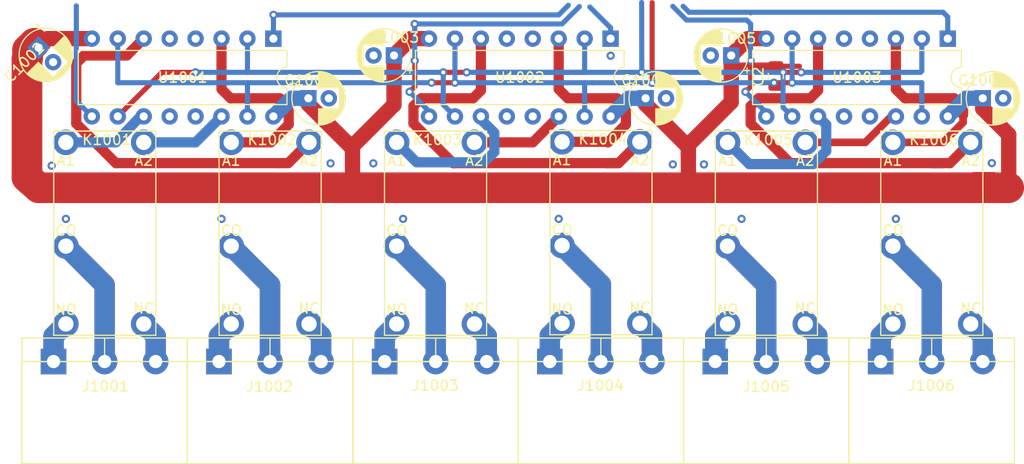
<source format=kicad_pcb>
(kicad_pcb (version 20171130) (host pcbnew 5.1.10-88a1d61d58~90~ubuntu20.04.1)

  (general
    (thickness 1.6)
    (drawings 0)
    (tracks 284)
    (zones 0)
    (modules 22)
    (nets 41)
  )

  (page A4)
  (title_block
    (title "ROM106 - NMEA 2000 Relay Output Module")
    (date 2022-10-30)
    (rev 1.0)
    (company "PDJR <preeve@pdjr.eu>")
  )

  (layers
    (0 F.Cu mixed)
    (31 B.Cu mixed)
    (32 B.Adhes user)
    (33 F.Adhes user)
    (34 B.Paste user)
    (35 F.Paste user)
    (36 B.SilkS user)
    (37 F.SilkS user)
    (38 B.Mask user hide)
    (39 F.Mask user hide)
    (40 Dwgs.User user hide)
    (41 Cmts.User user hide)
    (42 Eco1.User user hide)
    (43 Eco2.User user hide)
    (44 Edge.Cuts user hide)
    (45 Margin user hide)
    (46 B.CrtYd user hide)
    (47 F.CrtYd user hide)
    (48 B.Fab user hide)
    (49 F.Fab user hide)
  )

  (setup
    (last_trace_width 0.5)
    (user_trace_width 0.5)
    (user_trace_width 0.75)
    (user_trace_width 1)
    (user_trace_width 1.5)
    (user_trace_width 2)
    (user_trace_width 0.5)
    (user_trace_width 0.75)
    (user_trace_width 1)
    (user_trace_width 1.5)
    (user_trace_width 2)
    (user_trace_width 3)
    (user_trace_width 4)
    (user_trace_width 0.5)
    (user_trace_width 0.75)
    (user_trace_width 1)
    (user_trace_width 1.5)
    (user_trace_width 2)
    (user_trace_width 0.5)
    (user_trace_width 0.75)
    (user_trace_width 1)
    (user_trace_width 1.5)
    (user_trace_width 2)
    (user_trace_width 3)
    (user_trace_width 4)
    (user_trace_width 0.5)
    (user_trace_width 0.75)
    (user_trace_width 1)
    (user_trace_width 1.5)
    (user_trace_width 2)
    (user_trace_width 3)
    (user_trace_width 4)
    (trace_clearance 0.2)
    (zone_clearance 0.508)
    (zone_45_only yes)
    (trace_min 0.2)
    (via_size 0.8)
    (via_drill 0.4)
    (via_min_size 0.4)
    (via_min_drill 0.3)
    (uvia_size 0.3)
    (uvia_drill 0.1)
    (uvias_allowed no)
    (uvia_min_size 0.2)
    (uvia_min_drill 0.1)
    (edge_width 0.1)
    (segment_width 0.2)
    (pcb_text_width 0.3)
    (pcb_text_size 1.5 1.5)
    (mod_edge_width 0.15)
    (mod_text_size 1 1)
    (mod_text_width 0.15)
    (pad_size 3 3)
    (pad_drill 1.5)
    (pad_to_mask_clearance 0)
    (aux_axis_origin 0 0)
    (grid_origin 100 0)
    (visible_elements FFFFFF7F)
    (pcbplotparams
      (layerselection 0x010e0_ffffffff)
      (usegerberextensions true)
      (usegerberattributes false)
      (usegerberadvancedattributes false)
      (creategerberjobfile false)
      (excludeedgelayer true)
      (linewidth 0.100000)
      (plotframeref false)
      (viasonmask false)
      (mode 1)
      (useauxorigin false)
      (hpglpennumber 1)
      (hpglpenspeed 20)
      (hpglpendiameter 15.000000)
      (psnegative false)
      (psa4output false)
      (plotreference true)
      (plotvalue true)
      (plotinvisibletext false)
      (padsonsilk false)
      (subtractmaskfromsilk false)
      (outputformat 1)
      (mirror false)
      (drillshape 0)
      (scaleselection 1)
      (outputdirectory "gerber/"))
  )

  (net 0 "")
  (net 1 GND)
  (net 2 +5V)
  (net 3 /D23)
  (net 4 /D9)
  (net 5 /D22)
  (net 6 /D8)
  (net 7 /D21)
  (net 8 /D20)
  (net 9 /D6)
  (net 10 /D5)
  (net 11 "Net-(J1001-Pad3)")
  (net 12 "Net-(J1001-Pad2)")
  (net 13 "Net-(J1001-Pad1)")
  (net 14 "Net-(J1002-Pad3)")
  (net 15 "Net-(J1002-Pad2)")
  (net 16 "Net-(J1002-Pad1)")
  (net 17 "Net-(J1003-Pad3)")
  (net 18 "Net-(J1003-Pad2)")
  (net 19 "Net-(J1003-Pad1)")
  (net 20 "Net-(J1004-Pad3)")
  (net 21 "Net-(J1004-Pad2)")
  (net 22 "Net-(J1004-Pad1)")
  (net 23 "Net-(J1005-Pad3)")
  (net 24 "Net-(J1005-Pad2)")
  (net 25 "Net-(J1005-Pad1)")
  (net 26 "Net-(J1006-Pad3)")
  (net 27 "Net-(J1006-Pad2)")
  (net 28 "Net-(J1006-Pad1)")
  (net 29 "Net-(K1001-Pad6)")
  (net 30 "Net-(K1001-Pad2)")
  (net 31 "Net-(K1002-Pad6)")
  (net 32 "Net-(K1002-Pad2)")
  (net 33 "Net-(K1003-Pad6)")
  (net 34 "Net-(K1003-Pad2)")
  (net 35 "Net-(K1004-Pad6)")
  (net 36 "Net-(K1004-Pad2)")
  (net 37 "Net-(K1005-Pad6)")
  (net 38 "Net-(K1005-Pad2)")
  (net 39 "Net-(K1006-Pad2)")
  (net 40 "Net-(K1006-Pad6)")

  (net_class Default "This is the default net class."
    (clearance 0.2)
    (trace_width 0.25)
    (via_dia 0.8)
    (via_drill 0.4)
    (uvia_dia 0.3)
    (uvia_drill 0.1)
    (add_net +5V)
    (add_net /D20)
    (add_net /D21)
    (add_net /D22)
    (add_net /D23)
    (add_net /D5)
    (add_net /D6)
    (add_net /D8)
    (add_net /D9)
    (add_net GND)
    (add_net "Net-(J1001-Pad1)")
    (add_net "Net-(J1001-Pad2)")
    (add_net "Net-(J1001-Pad3)")
    (add_net "Net-(J1002-Pad1)")
    (add_net "Net-(J1002-Pad2)")
    (add_net "Net-(J1002-Pad3)")
    (add_net "Net-(J1003-Pad1)")
    (add_net "Net-(J1003-Pad2)")
    (add_net "Net-(J1003-Pad3)")
    (add_net "Net-(J1004-Pad1)")
    (add_net "Net-(J1004-Pad2)")
    (add_net "Net-(J1004-Pad3)")
    (add_net "Net-(J1005-Pad1)")
    (add_net "Net-(J1005-Pad2)")
    (add_net "Net-(J1005-Pad3)")
    (add_net "Net-(J1006-Pad1)")
    (add_net "Net-(J1006-Pad2)")
    (add_net "Net-(J1006-Pad3)")
    (add_net "Net-(K1001-Pad2)")
    (add_net "Net-(K1001-Pad6)")
    (add_net "Net-(K1002-Pad2)")
    (add_net "Net-(K1002-Pad6)")
    (add_net "Net-(K1003-Pad2)")
    (add_net "Net-(K1003-Pad6)")
    (add_net "Net-(K1004-Pad2)")
    (add_net "Net-(K1004-Pad6)")
    (add_net "Net-(K1005-Pad2)")
    (add_net "Net-(K1005-Pad6)")
    (add_net "Net-(K1006-Pad2)")
    (add_net "Net-(K1006-Pad6)")
  )

  (module PDJR_Connectors:8971187_3_PIN_5MM_PLUGGABLE_HEADER (layer F.Cu) (tedit 635CE949) (tstamp 635D516D)
    (at 60.3773 124.436)
    (path /636A695C)
    (fp_text reference J1006 (at 4.972 2.363) (layer F.SilkS)
      (effects (font (size 1 1) (thickness 0.15)))
    )
    (fp_text value Screw_Terminal_01x03 (at 5 11.5) (layer F.Fab)
      (effects (font (size 1 1) (thickness 0.15)))
    )
    (fp_line (start -3.1 10) (end 13.1 10) (layer F.SilkS) (width 0.12))
    (fp_line (start 13.1 10) (end 13.1 -2.3) (layer F.SilkS) (width 0.12))
    (fp_line (start 13.1 -2.3) (end -3.1 -2.3) (layer F.SilkS) (width 0.12))
    (fp_line (start -3.1 -2.3) (end -3.1 10) (layer F.SilkS) (width 0.12))
    (fp_line (start -3.1 10) (end -3.1 0) (layer F.SilkS) (width 0.12))
    (fp_line (start -3.1 0) (end 13.1 0) (layer F.SilkS) (width 0.12))
    (fp_line (start -3.1 0) (end 5 0) (layer F.SilkS) (width 0.12))
    (fp_line (start 5 0) (end 5 -2.3) (layer F.SilkS) (width 0.12))
    (pad 3 thru_hole circle (at 10 0) (size 2.5 2.5) (drill 1.3) (layers *.Cu *.Mask)
      (net 26 "Net-(J1006-Pad3)"))
    (pad 2 thru_hole circle (at 5 0) (size 2.5 2.5) (drill 1.3) (layers *.Cu *.Mask)
      (net 27 "Net-(J1006-Pad2)"))
    (pad 1 thru_hole rect (at 0 0) (size 2.5 2.5) (drill 1.3) (layers *.Cu *.Mask)
      (net 28 "Net-(J1006-Pad1)"))
  )

  (module Capacitor_SMD:C_0805_2012Metric (layer F.Cu) (tedit 5F68FEEE) (tstamp 63A1CF57)
    (at 50.1077 96.4727 270)
    (descr "Capacitor SMD 0805 (2012 Metric), square (rectangular) end terminal, IPC_7351 nominal, (Body size source: IPC-SM-782 page 76, https://www.pcb-3d.com/wordpress/wp-content/uploads/ipc-sm-782a_amendment_1_and_2.pdf, https://docs.google.com/spreadsheets/d/1BsfQQcO9C6DZCsRaXUlFlo91Tg2WpOkGARC1WS5S8t0/edit?usp=sharing), generated with kicad-footprint-generator")
    (tags capacitor)
    (path /6399F239)
    (attr smd)
    (fp_text reference C2 (at 0.0635 1.7145 270) (layer F.SilkS)
      (effects (font (size 1 1) (thickness 0.15)))
    )
    (fp_text value 100nF (at 0 1.68 90) (layer F.Fab)
      (effects (font (size 1 1) (thickness 0.15)))
    )
    (fp_line (start 1.7 0.98) (end -1.7 0.98) (layer F.CrtYd) (width 0.05))
    (fp_line (start 1.7 -0.98) (end 1.7 0.98) (layer F.CrtYd) (width 0.05))
    (fp_line (start -1.7 -0.98) (end 1.7 -0.98) (layer F.CrtYd) (width 0.05))
    (fp_line (start -1.7 0.98) (end -1.7 -0.98) (layer F.CrtYd) (width 0.05))
    (fp_line (start -0.261252 0.735) (end 0.261252 0.735) (layer F.SilkS) (width 0.12))
    (fp_line (start -0.261252 -0.735) (end 0.261252 -0.735) (layer F.SilkS) (width 0.12))
    (fp_line (start 1 0.625) (end -1 0.625) (layer F.Fab) (width 0.1))
    (fp_line (start 1 -0.625) (end 1 0.625) (layer F.Fab) (width 0.1))
    (fp_line (start -1 -0.625) (end 1 -0.625) (layer F.Fab) (width 0.1))
    (fp_line (start -1 0.625) (end -1 -0.625) (layer F.Fab) (width 0.1))
    (fp_text user %R (at 0 0 90) (layer F.Fab)
      (effects (font (size 0.5 0.5) (thickness 0.08)))
    )
    (pad 1 smd roundrect (at -0.95 0 270) (size 1 1.45) (layers F.Cu F.Paste F.Mask) (roundrect_rratio 0.25))
    (pad 2 smd roundrect (at 0.95 0 270) (size 1 1.45) (layers F.Cu F.Paste F.Mask) (roundrect_rratio 0.25))
    (model ${KISYS3DMOD}/Capacitor_SMD.3dshapes/C_0805_2012Metric.wrl
      (at (xyz 0 0 0))
      (scale (xyz 1 1 1))
      (rotate (xyz 0 0 0))
    )
  )

  (module PDJR_Relays:PE014F05 (layer F.Cu) (tedit 635B97B6) (tstamp 635D4FC7)
    (at 12.9773 120.753)
    (path /63768EF6)
    (fp_text reference K1003 (at 4.008 -18.03) (layer F.SilkS)
      (effects (font (size 1 1) (thickness 0.15)))
    )
    (fp_text value PE014F05 (at 4.318 2.286) (layer F.Fab)
      (effects (font (size 1 1) (thickness 0.15)))
    )
    (fp_line (start -1.19 1.11) (end -1.19 -18.89) (layer F.SilkS) (width 0.12))
    (fp_line (start -1.19 -18.89) (end 8.81 -18.89) (layer F.SilkS) (width 0.12))
    (fp_line (start 8.81 -18.89) (end 8.81 1.11) (layer F.SilkS) (width 0.12))
    (fp_line (start 8.81 1.11) (end -1.19 1.11) (layer F.SilkS) (width 0.12))
    (fp_line (start 8.81 -18.89) (end -1.19 -18.89) (layer F.SilkS) (width 0.12))
    (fp_text user CO (at 0 -9.144) (layer F.SilkS)
      (effects (font (size 1 1) (thickness 0.15)))
    )
    (fp_text user NC (at 7.62 -1.524) (layer F.SilkS)
      (effects (font (size 1 1) (thickness 0.15)))
    )
    (fp_text user NO (at 0 -1.397) (layer F.SilkS)
      (effects (font (size 1 1) (thickness 0.15)))
    )
    (fp_text user A1 (at 0 -16.002) (layer F.SilkS)
      (effects (font (size 1 1) (thickness 0.15)))
    )
    (fp_text user A2 (at 7.62 -16.002) (layer F.SilkS)
      (effects (font (size 1 1) (thickness 0.15)))
    )
    (pad 14 thru_hole circle (at 0 0) (size 2.5 2.5) (drill 1.5) (layers *.Cu *.Mask)
      (net 19 "Net-(J1003-Pad1)"))
    (pad 1 thru_hole circle (at 7.62 0) (size 2.5 2.5) (drill 1.5) (layers *.Cu *.Mask)
      (net 17 "Net-(J1003-Pad3)"))
    (pad 7 thru_hole circle (at 0 -7.62) (size 2.5 2.5) (drill 1.5) (layers *.Cu *.Mask)
      (net 18 "Net-(J1003-Pad2)"))
    (pad 6 thru_hole circle (at 0 -17.78) (size 2.5 2.5) (drill 1.5) (layers *.Cu *.Mask)
      (net 33 "Net-(K1003-Pad6)"))
    (pad 2 thru_hole circle (at 7.62 -17.78) (size 2.5 2.5) (drill 1.5) (layers *.Cu *.Mask)
      (net 34 "Net-(K1003-Pad2)"))
  )

  (module PDJR_Relays:PE014F05 (layer F.Cu) (tedit 635E3497) (tstamp 635D5069)
    (at 61.5773 120.753)
    (path /637805D9)
    (fp_text reference K1006 (at 4.008 -18.03) (layer F.SilkS)
      (effects (font (size 1 1) (thickness 0.15)))
    )
    (fp_text value PE014F05 (at 4.318 2.286) (layer F.Fab)
      (effects (font (size 1 1) (thickness 0.15)))
    )
    (fp_line (start -1.19 1.11) (end -1.19 -18.89) (layer F.SilkS) (width 0.12))
    (fp_line (start -1.19 -18.89) (end 8.81 -18.89) (layer F.SilkS) (width 0.12))
    (fp_line (start 8.81 -18.89) (end 8.81 1.11) (layer F.SilkS) (width 0.12))
    (fp_line (start 8.81 1.11) (end -1.19 1.11) (layer F.SilkS) (width 0.12))
    (fp_line (start 8.81 -18.89) (end -1.19 -18.89) (layer F.SilkS) (width 0.12))
    (fp_text user A2 (at 7.62 -16.002) (layer F.SilkS)
      (effects (font (size 1 1) (thickness 0.15)))
    )
    (fp_text user A1 (at 0 -16.002) (layer F.SilkS)
      (effects (font (size 1 1) (thickness 0.15)))
    )
    (fp_text user NO (at 0 -1.397) (layer F.SilkS)
      (effects (font (size 1 1) (thickness 0.15)))
    )
    (fp_text user NC (at 7.62 -1.524) (layer F.SilkS)
      (effects (font (size 1 1) (thickness 0.15)))
    )
    (fp_text user CO (at 0 -9.144) (layer F.SilkS)
      (effects (font (size 1 1) (thickness 0.15)))
    )
    (pad 2 thru_hole circle (at 7.62 -17.78) (size 2.5 2.5) (drill 1.5) (layers *.Cu *.Mask)
      (net 39 "Net-(K1006-Pad2)"))
    (pad 6 thru_hole circle (at 0 -17.78) (size 2.5 2.5) (drill 1.5) (layers *.Cu *.Mask)
      (net 40 "Net-(K1006-Pad6)"))
    (pad 7 thru_hole circle (at 0 -7.62) (size 2.5 2.5) (drill 1.5) (layers *.Cu *.Mask)
      (net 27 "Net-(J1006-Pad2)"))
    (pad 1 thru_hole circle (at 7.62 0) (size 2.5 2.5) (drill 1.5) (layers *.Cu *.Mask)
      (net 26 "Net-(J1006-Pad3)"))
    (pad 14 thru_hole circle (at 0 0) (size 2.5 2.5) (drill 1.5) (layers *.Cu *.Mask)
      (net 28 "Net-(J1006-Pad1)"))
  )

  (module PDJR_Connectors:8971187_3_PIN_5MM_PLUGGABLE_HEADER (layer F.Cu) (tedit 635CE949) (tstamp 635D5143)
    (at 44.1773 124.436)
    (path /636A5787)
    (fp_text reference J1005 (at 5 2.463) (layer F.SilkS)
      (effects (font (size 1 1) (thickness 0.15)))
    )
    (fp_text value Screw_Terminal_01x03 (at 5 11.5) (layer F.Fab)
      (effects (font (size 1 1) (thickness 0.15)))
    )
    (fp_line (start -3.1 10) (end 13.1 10) (layer F.SilkS) (width 0.12))
    (fp_line (start 13.1 10) (end 13.1 -2.3) (layer F.SilkS) (width 0.12))
    (fp_line (start 13.1 -2.3) (end -3.1 -2.3) (layer F.SilkS) (width 0.12))
    (fp_line (start -3.1 -2.3) (end -3.1 10) (layer F.SilkS) (width 0.12))
    (fp_line (start -3.1 10) (end -3.1 0) (layer F.SilkS) (width 0.12))
    (fp_line (start -3.1 0) (end 13.1 0) (layer F.SilkS) (width 0.12))
    (fp_line (start -3.1 0) (end 5 0) (layer F.SilkS) (width 0.12))
    (fp_line (start 5 0) (end 5 -2.3) (layer F.SilkS) (width 0.12))
    (pad 3 thru_hole circle (at 10 0) (size 2.5 2.5) (drill 1.3) (layers *.Cu *.Mask)
      (net 23 "Net-(J1005-Pad3)"))
    (pad 2 thru_hole circle (at 5 0) (size 2.5 2.5) (drill 1.3) (layers *.Cu *.Mask)
      (net 24 "Net-(J1005-Pad2)"))
    (pad 1 thru_hole rect (at 0 0) (size 2.5 2.5) (drill 1.3) (layers *.Cu *.Mask)
      (net 25 "Net-(J1005-Pad1)"))
  )

  (module PDJR_Connectors:8971187_3_PIN_5MM_PLUGGABLE_HEADER (layer F.Cu) (tedit 635CE949) (tstamp 635D5119)
    (at 27.9773 124.436)
    (path /636A484F)
    (fp_text reference J1004 (at 4.965 2.363) (layer F.SilkS)
      (effects (font (size 1 1) (thickness 0.15)))
    )
    (fp_text value Screw_Terminal_01x03 (at 5 11.5) (layer F.Fab)
      (effects (font (size 1 1) (thickness 0.15)))
    )
    (fp_line (start -3.1 10) (end 13.1 10) (layer F.SilkS) (width 0.12))
    (fp_line (start 13.1 10) (end 13.1 -2.3) (layer F.SilkS) (width 0.12))
    (fp_line (start 13.1 -2.3) (end -3.1 -2.3) (layer F.SilkS) (width 0.12))
    (fp_line (start -3.1 -2.3) (end -3.1 10) (layer F.SilkS) (width 0.12))
    (fp_line (start -3.1 10) (end -3.1 0) (layer F.SilkS) (width 0.12))
    (fp_line (start -3.1 0) (end 13.1 0) (layer F.SilkS) (width 0.12))
    (fp_line (start -3.1 0) (end 5 0) (layer F.SilkS) (width 0.12))
    (fp_line (start 5 0) (end 5 -2.3) (layer F.SilkS) (width 0.12))
    (pad 3 thru_hole circle (at 10 0) (size 2.5 2.5) (drill 1.3) (layers *.Cu *.Mask)
      (net 20 "Net-(J1004-Pad3)"))
    (pad 2 thru_hole circle (at 5 0) (size 2.5 2.5) (drill 1.3) (layers *.Cu *.Mask)
      (net 21 "Net-(J1004-Pad2)"))
    (pad 1 thru_hole rect (at 0 0) (size 2.5 2.5) (drill 1.3) (layers *.Cu *.Mask)
      (net 22 "Net-(J1004-Pad1)"))
  )

  (module PDJR_Connectors:8971187_3_PIN_5MM_PLUGGABLE_HEADER (layer F.Cu) (tedit 635CE949) (tstamp 635D50EF)
    (at 11.8023 124.436)
    (path /636A2D0F)
    (fp_text reference J1003 (at 4.975 2.363) (layer F.SilkS)
      (effects (font (size 1 1) (thickness 0.15)))
    )
    (fp_text value Screw_Terminal_01x03 (at 5 11.5) (layer F.Fab)
      (effects (font (size 1 1) (thickness 0.15)))
    )
    (fp_line (start -3.1 10) (end 13.1 10) (layer F.SilkS) (width 0.12))
    (fp_line (start 13.1 10) (end 13.1 -2.3) (layer F.SilkS) (width 0.12))
    (fp_line (start 13.1 -2.3) (end -3.1 -2.3) (layer F.SilkS) (width 0.12))
    (fp_line (start -3.1 -2.3) (end -3.1 10) (layer F.SilkS) (width 0.12))
    (fp_line (start -3.1 10) (end -3.1 0) (layer F.SilkS) (width 0.12))
    (fp_line (start -3.1 0) (end 13.1 0) (layer F.SilkS) (width 0.12))
    (fp_line (start -3.1 0) (end 5 0) (layer F.SilkS) (width 0.12))
    (fp_line (start 5 0) (end 5 -2.3) (layer F.SilkS) (width 0.12))
    (pad 3 thru_hole circle (at 10 0) (size 2.5 2.5) (drill 1.3) (layers *.Cu *.Mask)
      (net 17 "Net-(J1003-Pad3)"))
    (pad 2 thru_hole circle (at 5 0) (size 2.5 2.5) (drill 1.3) (layers *.Cu *.Mask)
      (net 18 "Net-(J1003-Pad2)"))
    (pad 1 thru_hole rect (at 0 0) (size 2.5 2.5) (drill 1.3) (layers *.Cu *.Mask)
      (net 19 "Net-(J1003-Pad1)"))
  )

  (module PDJR_Connectors:8971187_3_PIN_5MM_PLUGGABLE_HEADER (layer F.Cu) (tedit 635CE949) (tstamp 635D50C5)
    (at -4.4227 124.436)
    (path /636A224A)
    (fp_text reference J1002 (at 4.958 2.463) (layer F.SilkS)
      (effects (font (size 1 1) (thickness 0.15)))
    )
    (fp_text value Screw_Terminal_01x03 (at 5 11.5) (layer F.Fab)
      (effects (font (size 1 1) (thickness 0.15)))
    )
    (fp_line (start -3.1 10) (end 13.1 10) (layer F.SilkS) (width 0.12))
    (fp_line (start 13.1 10) (end 13.1 -2.3) (layer F.SilkS) (width 0.12))
    (fp_line (start 13.1 -2.3) (end -3.1 -2.3) (layer F.SilkS) (width 0.12))
    (fp_line (start -3.1 -2.3) (end -3.1 10) (layer F.SilkS) (width 0.12))
    (fp_line (start -3.1 10) (end -3.1 0) (layer F.SilkS) (width 0.12))
    (fp_line (start -3.1 0) (end 13.1 0) (layer F.SilkS) (width 0.12))
    (fp_line (start -3.1 0) (end 5 0) (layer F.SilkS) (width 0.12))
    (fp_line (start 5 0) (end 5 -2.3) (layer F.SilkS) (width 0.12))
    (pad 3 thru_hole circle (at 10 0) (size 2.5 2.5) (drill 1.3) (layers *.Cu *.Mask)
      (net 14 "Net-(J1002-Pad3)"))
    (pad 2 thru_hole circle (at 5 0) (size 2.5 2.5) (drill 1.3) (layers *.Cu *.Mask)
      (net 15 "Net-(J1002-Pad2)"))
    (pad 1 thru_hole rect (at 0 0) (size 2.5 2.5) (drill 1.3) (layers *.Cu *.Mask)
      (net 16 "Net-(J1002-Pad1)"))
  )

  (module PDJR_Connectors:8971187_3_PIN_5MM_PLUGGABLE_HEADER (layer F.Cu) (tedit 635CE949) (tstamp 635D509B)
    (at -20.6227 124.436)
    (path /6369F8B1)
    (fp_text reference J1001 (at 5.08 2.413) (layer F.SilkS)
      (effects (font (size 1 1) (thickness 0.15)))
    )
    (fp_text value Screw_Terminal_01x03 (at 5 11.5) (layer F.Fab)
      (effects (font (size 1 1) (thickness 0.15)))
    )
    (fp_line (start -3.1 10) (end 13.1 10) (layer F.SilkS) (width 0.12))
    (fp_line (start 13.1 10) (end 13.1 -2.3) (layer F.SilkS) (width 0.12))
    (fp_line (start 13.1 -2.3) (end -3.1 -2.3) (layer F.SilkS) (width 0.12))
    (fp_line (start -3.1 -2.3) (end -3.1 10) (layer F.SilkS) (width 0.12))
    (fp_line (start -3.1 10) (end -3.1 0) (layer F.SilkS) (width 0.12))
    (fp_line (start -3.1 0) (end 13.1 0) (layer F.SilkS) (width 0.12))
    (fp_line (start -3.1 0) (end 5 0) (layer F.SilkS) (width 0.12))
    (fp_line (start 5 0) (end 5 -2.3) (layer F.SilkS) (width 0.12))
    (pad 3 thru_hole circle (at 10 0) (size 2.5 2.5) (drill 1.3) (layers *.Cu *.Mask)
      (net 11 "Net-(J1001-Pad3)"))
    (pad 2 thru_hole circle (at 5 0) (size 2.5 2.5) (drill 1.3) (layers *.Cu *.Mask)
      (net 12 "Net-(J1001-Pad2)"))
    (pad 1 thru_hole rect (at 0 0) (size 2.5 2.5) (drill 1.3) (layers *.Cu *.Mask)
      (net 13 "Net-(J1001-Pad1)"))
  )

  (module PDJR_Relays:PE014F05 (layer F.Cu) (tedit 635B97B6) (tstamp 635D5033)
    (at 45.3773 120.753)
    (path /637805CC)
    (fp_text reference K1005 (at 4.008 -18.03) (layer F.SilkS)
      (effects (font (size 1 1) (thickness 0.15)))
    )
    (fp_text value PE014F05 (at 4.318 2.286) (layer F.Fab)
      (effects (font (size 1 1) (thickness 0.15)))
    )
    (fp_line (start -1.19 1.11) (end -1.19 -18.89) (layer F.SilkS) (width 0.12))
    (fp_line (start -1.19 -18.89) (end 8.81 -18.89) (layer F.SilkS) (width 0.12))
    (fp_line (start 8.81 -18.89) (end 8.81 1.11) (layer F.SilkS) (width 0.12))
    (fp_line (start 8.81 1.11) (end -1.19 1.11) (layer F.SilkS) (width 0.12))
    (fp_line (start 8.81 -18.89) (end -1.19 -18.89) (layer F.SilkS) (width 0.12))
    (fp_text user CO (at 0 -9.144) (layer F.SilkS)
      (effects (font (size 1 1) (thickness 0.15)))
    )
    (fp_text user NC (at 7.62 -1.524) (layer F.SilkS)
      (effects (font (size 1 1) (thickness 0.15)))
    )
    (fp_text user NO (at 0 -1.397) (layer F.SilkS)
      (effects (font (size 1 1) (thickness 0.15)))
    )
    (fp_text user A1 (at 0 -16.002) (layer F.SilkS)
      (effects (font (size 1 1) (thickness 0.15)))
    )
    (fp_text user A2 (at 7.62 -16.002) (layer F.SilkS)
      (effects (font (size 1 1) (thickness 0.15)))
    )
    (pad 14 thru_hole circle (at 0 0) (size 2.5 2.5) (drill 1.5) (layers *.Cu *.Mask)
      (net 25 "Net-(J1005-Pad1)"))
    (pad 1 thru_hole circle (at 7.62 0) (size 2.5 2.5) (drill 1.5) (layers *.Cu *.Mask)
      (net 23 "Net-(J1005-Pad3)"))
    (pad 7 thru_hole circle (at 0 -7.62) (size 2.5 2.5) (drill 1.5) (layers *.Cu *.Mask)
      (net 24 "Net-(J1005-Pad2)"))
    (pad 6 thru_hole circle (at 0 -17.78) (size 2.5 2.5) (drill 1.5) (layers *.Cu *.Mask)
      (net 37 "Net-(K1005-Pad6)"))
    (pad 2 thru_hole circle (at 7.62 -17.78) (size 2.5 2.5) (drill 1.5) (layers *.Cu *.Mask)
      (net 38 "Net-(K1005-Pad2)"))
  )

  (module PDJR_Relays:PE014F05 (layer F.Cu) (tedit 635B97B6) (tstamp 635D4FFD)
    (at 29.1773 120.699)
    (path /63768F03)
    (fp_text reference K1004 (at 4.008 -18.03) (layer F.SilkS)
      (effects (font (size 1 1) (thickness 0.15)))
    )
    (fp_text value PE014F05 (at 4.318 2.286) (layer F.Fab)
      (effects (font (size 1 1) (thickness 0.15)))
    )
    (fp_line (start -1.19 1.11) (end -1.19 -18.89) (layer F.SilkS) (width 0.12))
    (fp_line (start -1.19 -18.89) (end 8.81 -18.89) (layer F.SilkS) (width 0.12))
    (fp_line (start 8.81 -18.89) (end 8.81 1.11) (layer F.SilkS) (width 0.12))
    (fp_line (start 8.81 1.11) (end -1.19 1.11) (layer F.SilkS) (width 0.12))
    (fp_line (start 8.81 -18.89) (end -1.19 -18.89) (layer F.SilkS) (width 0.12))
    (fp_text user CO (at 0 -9.144) (layer F.SilkS)
      (effects (font (size 1 1) (thickness 0.15)))
    )
    (fp_text user NC (at 7.62 -1.524) (layer F.SilkS)
      (effects (font (size 1 1) (thickness 0.15)))
    )
    (fp_text user NO (at 0 -1.397) (layer F.SilkS)
      (effects (font (size 1 1) (thickness 0.15)))
    )
    (fp_text user A1 (at 0 -16.002) (layer F.SilkS)
      (effects (font (size 1 1) (thickness 0.15)))
    )
    (fp_text user A2 (at 7.62 -16.002) (layer F.SilkS)
      (effects (font (size 1 1) (thickness 0.15)))
    )
    (pad 14 thru_hole circle (at 0 0) (size 2.5 2.5) (drill 1.5) (layers *.Cu *.Mask)
      (net 22 "Net-(J1004-Pad1)"))
    (pad 1 thru_hole circle (at 7.62 0) (size 2.5 2.5) (drill 1.5) (layers *.Cu *.Mask)
      (net 20 "Net-(J1004-Pad3)"))
    (pad 7 thru_hole circle (at 0 -7.62) (size 2.5 2.5) (drill 1.5) (layers *.Cu *.Mask)
      (net 21 "Net-(J1004-Pad2)"))
    (pad 6 thru_hole circle (at 0 -17.78) (size 2.5 2.5) (drill 1.5) (layers *.Cu *.Mask)
      (net 35 "Net-(K1004-Pad6)"))
    (pad 2 thru_hole circle (at 7.62 -17.78) (size 2.5 2.5) (drill 1.5) (layers *.Cu *.Mask)
      (net 36 "Net-(K1004-Pad2)"))
  )

  (module PDJR_Relays:PE014F05 (layer F.Cu) (tedit 635B97B6) (tstamp 635D4F91)
    (at -3.2227 120.753)
    (path /632D0338)
    (fp_text reference K1002 (at 4.008 -18.03) (layer F.SilkS)
      (effects (font (size 1 1) (thickness 0.15)))
    )
    (fp_text value PE014F05 (at 4.318 2.286) (layer F.Fab)
      (effects (font (size 1 1) (thickness 0.15)))
    )
    (fp_line (start -1.19 1.11) (end -1.19 -18.89) (layer F.SilkS) (width 0.12))
    (fp_line (start -1.19 -18.89) (end 8.81 -18.89) (layer F.SilkS) (width 0.12))
    (fp_line (start 8.81 -18.89) (end 8.81 1.11) (layer F.SilkS) (width 0.12))
    (fp_line (start 8.81 1.11) (end -1.19 1.11) (layer F.SilkS) (width 0.12))
    (fp_line (start 8.81 -18.89) (end -1.19 -18.89) (layer F.SilkS) (width 0.12))
    (fp_text user CO (at 0 -9.144) (layer F.SilkS)
      (effects (font (size 1 1) (thickness 0.15)))
    )
    (fp_text user NC (at 7.62 -1.524) (layer F.SilkS)
      (effects (font (size 1 1) (thickness 0.15)))
    )
    (fp_text user NO (at 0 -1.397) (layer F.SilkS)
      (effects (font (size 1 1) (thickness 0.15)))
    )
    (fp_text user A1 (at 0 -16.002) (layer F.SilkS)
      (effects (font (size 1 1) (thickness 0.15)))
    )
    (fp_text user A2 (at 7.62 -16.002) (layer F.SilkS)
      (effects (font (size 1 1) (thickness 0.15)))
    )
    (pad 14 thru_hole circle (at 0 0) (size 2.5 2.5) (drill 1.5) (layers *.Cu *.Mask)
      (net 16 "Net-(J1002-Pad1)"))
    (pad 1 thru_hole circle (at 7.62 0) (size 2.5 2.5) (drill 1.5) (layers *.Cu *.Mask)
      (net 14 "Net-(J1002-Pad3)"))
    (pad 7 thru_hole circle (at 0 -7.62) (size 2.5 2.5) (drill 1.5) (layers *.Cu *.Mask)
      (net 15 "Net-(J1002-Pad2)"))
    (pad 6 thru_hole circle (at 0 -17.78) (size 2.5 2.5) (drill 1.5) (layers *.Cu *.Mask)
      (net 31 "Net-(K1002-Pad6)"))
    (pad 2 thru_hole circle (at 7.62 -17.78) (size 2.5 2.5) (drill 1.5) (layers *.Cu *.Mask)
      (net 32 "Net-(K1002-Pad2)"))
  )

  (module PDJR_Relays:PE014F05 (layer F.Cu) (tedit 635B97B6) (tstamp 635D4F5B)
    (at -19.4127 120.753)
    (path /632C2C12)
    (fp_text reference K1001 (at 4.008 -18.03) (layer F.SilkS)
      (effects (font (size 1 1) (thickness 0.15)))
    )
    (fp_text value PE014F05 (at 4.318 2.286) (layer F.Fab)
      (effects (font (size 1 1) (thickness 0.15)))
    )
    (fp_line (start -1.19 1.11) (end -1.19 -18.89) (layer F.SilkS) (width 0.12))
    (fp_line (start -1.19 -18.89) (end 8.81 -18.89) (layer F.SilkS) (width 0.12))
    (fp_line (start 8.81 -18.89) (end 8.81 1.11) (layer F.SilkS) (width 0.12))
    (fp_line (start 8.81 1.11) (end -1.19 1.11) (layer F.SilkS) (width 0.12))
    (fp_line (start 8.81 -18.89) (end -1.19 -18.89) (layer F.SilkS) (width 0.12))
    (fp_text user CO (at 0 -9.144) (layer F.SilkS)
      (effects (font (size 1 1) (thickness 0.15)))
    )
    (fp_text user NC (at 7.62 -1.524) (layer F.SilkS)
      (effects (font (size 1 1) (thickness 0.15)))
    )
    (fp_text user NO (at 0 -1.397) (layer F.SilkS)
      (effects (font (size 1 1) (thickness 0.15)))
    )
    (fp_text user A1 (at 0 -16.002) (layer F.SilkS)
      (effects (font (size 1 1) (thickness 0.15)))
    )
    (fp_text user A2 (at 7.62 -16.002) (layer F.SilkS)
      (effects (font (size 1 1) (thickness 0.15)))
    )
    (pad 14 thru_hole circle (at 0 0) (size 2.5 2.5) (drill 1.5) (layers *.Cu *.Mask)
      (net 13 "Net-(J1001-Pad1)"))
    (pad 1 thru_hole circle (at 7.62 0) (size 2.5 2.5) (drill 1.5) (layers *.Cu *.Mask)
      (net 11 "Net-(J1001-Pad3)"))
    (pad 7 thru_hole circle (at 0 -7.62) (size 2.5 2.5) (drill 1.5) (layers *.Cu *.Mask)
      (net 12 "Net-(J1001-Pad2)"))
    (pad 6 thru_hole circle (at 0 -17.78) (size 2.5 2.5) (drill 1.5) (layers *.Cu *.Mask)
      (net 29 "Net-(K1001-Pad6)"))
    (pad 2 thru_hole circle (at 7.62 -17.78) (size 2.5 2.5) (drill 1.5) (layers *.Cu *.Mask)
      (net 30 "Net-(K1001-Pad2)"))
  )

  (module Capacitor_THT:CP_Radial_D5.0mm_P2.00mm (layer F.Cu) (tedit 5AE50EF0) (tstamp 635D472E)
    (at 70.3763 98.655)
    (descr "CP, Radial series, Radial, pin pitch=2.00mm, , diameter=5mm, Electrolytic Capacitor")
    (tags "CP Radial series Radial pin pitch 2.00mm  diameter 5mm Electrolytic Capacitor")
    (path /63765270)
    (fp_text reference C1006 (at 0 -1.756) (layer F.SilkS)
      (effects (font (size 1 1) (thickness 0.15)))
    )
    (fp_text value 100nF (at 1 3.75) (layer F.Fab)
      (effects (font (size 1 1) (thickness 0.15)))
    )
    (fp_line (start -1.554775 -1.725) (end -1.554775 -1.225) (layer F.SilkS) (width 0.12))
    (fp_line (start -1.804775 -1.475) (end -1.304775 -1.475) (layer F.SilkS) (width 0.12))
    (fp_line (start 3.601 -0.284) (end 3.601 0.284) (layer F.SilkS) (width 0.12))
    (fp_line (start 3.561 -0.518) (end 3.561 0.518) (layer F.SilkS) (width 0.12))
    (fp_line (start 3.521 -0.677) (end 3.521 0.677) (layer F.SilkS) (width 0.12))
    (fp_line (start 3.481 -0.805) (end 3.481 0.805) (layer F.SilkS) (width 0.12))
    (fp_line (start 3.441 -0.915) (end 3.441 0.915) (layer F.SilkS) (width 0.12))
    (fp_line (start 3.401 -1.011) (end 3.401 1.011) (layer F.SilkS) (width 0.12))
    (fp_line (start 3.361 -1.098) (end 3.361 1.098) (layer F.SilkS) (width 0.12))
    (fp_line (start 3.321 -1.178) (end 3.321 1.178) (layer F.SilkS) (width 0.12))
    (fp_line (start 3.281 -1.251) (end 3.281 1.251) (layer F.SilkS) (width 0.12))
    (fp_line (start 3.241 -1.319) (end 3.241 1.319) (layer F.SilkS) (width 0.12))
    (fp_line (start 3.201 -1.383) (end 3.201 1.383) (layer F.SilkS) (width 0.12))
    (fp_line (start 3.161 -1.443) (end 3.161 1.443) (layer F.SilkS) (width 0.12))
    (fp_line (start 3.121 -1.5) (end 3.121 1.5) (layer F.SilkS) (width 0.12))
    (fp_line (start 3.081 -1.554) (end 3.081 1.554) (layer F.SilkS) (width 0.12))
    (fp_line (start 3.041 -1.605) (end 3.041 1.605) (layer F.SilkS) (width 0.12))
    (fp_line (start 3.001 1.04) (end 3.001 1.653) (layer F.SilkS) (width 0.12))
    (fp_line (start 3.001 -1.653) (end 3.001 -1.04) (layer F.SilkS) (width 0.12))
    (fp_line (start 2.961 1.04) (end 2.961 1.699) (layer F.SilkS) (width 0.12))
    (fp_line (start 2.961 -1.699) (end 2.961 -1.04) (layer F.SilkS) (width 0.12))
    (fp_line (start 2.921 1.04) (end 2.921 1.743) (layer F.SilkS) (width 0.12))
    (fp_line (start 2.921 -1.743) (end 2.921 -1.04) (layer F.SilkS) (width 0.12))
    (fp_line (start 2.881 1.04) (end 2.881 1.785) (layer F.SilkS) (width 0.12))
    (fp_line (start 2.881 -1.785) (end 2.881 -1.04) (layer F.SilkS) (width 0.12))
    (fp_line (start 2.841 1.04) (end 2.841 1.826) (layer F.SilkS) (width 0.12))
    (fp_line (start 2.841 -1.826) (end 2.841 -1.04) (layer F.SilkS) (width 0.12))
    (fp_line (start 2.801 1.04) (end 2.801 1.864) (layer F.SilkS) (width 0.12))
    (fp_line (start 2.801 -1.864) (end 2.801 -1.04) (layer F.SilkS) (width 0.12))
    (fp_line (start 2.761 1.04) (end 2.761 1.901) (layer F.SilkS) (width 0.12))
    (fp_line (start 2.761 -1.901) (end 2.761 -1.04) (layer F.SilkS) (width 0.12))
    (fp_line (start 2.721 1.04) (end 2.721 1.937) (layer F.SilkS) (width 0.12))
    (fp_line (start 2.721 -1.937) (end 2.721 -1.04) (layer F.SilkS) (width 0.12))
    (fp_line (start 2.681 1.04) (end 2.681 1.971) (layer F.SilkS) (width 0.12))
    (fp_line (start 2.681 -1.971) (end 2.681 -1.04) (layer F.SilkS) (width 0.12))
    (fp_line (start 2.641 1.04) (end 2.641 2.004) (layer F.SilkS) (width 0.12))
    (fp_line (start 2.641 -2.004) (end 2.641 -1.04) (layer F.SilkS) (width 0.12))
    (fp_line (start 2.601 1.04) (end 2.601 2.035) (layer F.SilkS) (width 0.12))
    (fp_line (start 2.601 -2.035) (end 2.601 -1.04) (layer F.SilkS) (width 0.12))
    (fp_line (start 2.561 1.04) (end 2.561 2.065) (layer F.SilkS) (width 0.12))
    (fp_line (start 2.561 -2.065) (end 2.561 -1.04) (layer F.SilkS) (width 0.12))
    (fp_line (start 2.521 1.04) (end 2.521 2.095) (layer F.SilkS) (width 0.12))
    (fp_line (start 2.521 -2.095) (end 2.521 -1.04) (layer F.SilkS) (width 0.12))
    (fp_line (start 2.481 1.04) (end 2.481 2.122) (layer F.SilkS) (width 0.12))
    (fp_line (start 2.481 -2.122) (end 2.481 -1.04) (layer F.SilkS) (width 0.12))
    (fp_line (start 2.441 1.04) (end 2.441 2.149) (layer F.SilkS) (width 0.12))
    (fp_line (start 2.441 -2.149) (end 2.441 -1.04) (layer F.SilkS) (width 0.12))
    (fp_line (start 2.401 1.04) (end 2.401 2.175) (layer F.SilkS) (width 0.12))
    (fp_line (start 2.401 -2.175) (end 2.401 -1.04) (layer F.SilkS) (width 0.12))
    (fp_line (start 2.361 1.04) (end 2.361 2.2) (layer F.SilkS) (width 0.12))
    (fp_line (start 2.361 -2.2) (end 2.361 -1.04) (layer F.SilkS) (width 0.12))
    (fp_line (start 2.321 1.04) (end 2.321 2.224) (layer F.SilkS) (width 0.12))
    (fp_line (start 2.321 -2.224) (end 2.321 -1.04) (layer F.SilkS) (width 0.12))
    (fp_line (start 2.281 1.04) (end 2.281 2.247) (layer F.SilkS) (width 0.12))
    (fp_line (start 2.281 -2.247) (end 2.281 -1.04) (layer F.SilkS) (width 0.12))
    (fp_line (start 2.241 1.04) (end 2.241 2.268) (layer F.SilkS) (width 0.12))
    (fp_line (start 2.241 -2.268) (end 2.241 -1.04) (layer F.SilkS) (width 0.12))
    (fp_line (start 2.201 1.04) (end 2.201 2.29) (layer F.SilkS) (width 0.12))
    (fp_line (start 2.201 -2.29) (end 2.201 -1.04) (layer F.SilkS) (width 0.12))
    (fp_line (start 2.161 1.04) (end 2.161 2.31) (layer F.SilkS) (width 0.12))
    (fp_line (start 2.161 -2.31) (end 2.161 -1.04) (layer F.SilkS) (width 0.12))
    (fp_line (start 2.121 1.04) (end 2.121 2.329) (layer F.SilkS) (width 0.12))
    (fp_line (start 2.121 -2.329) (end 2.121 -1.04) (layer F.SilkS) (width 0.12))
    (fp_line (start 2.081 1.04) (end 2.081 2.348) (layer F.SilkS) (width 0.12))
    (fp_line (start 2.081 -2.348) (end 2.081 -1.04) (layer F.SilkS) (width 0.12))
    (fp_line (start 2.041 1.04) (end 2.041 2.365) (layer F.SilkS) (width 0.12))
    (fp_line (start 2.041 -2.365) (end 2.041 -1.04) (layer F.SilkS) (width 0.12))
    (fp_line (start 2.001 1.04) (end 2.001 2.382) (layer F.SilkS) (width 0.12))
    (fp_line (start 2.001 -2.382) (end 2.001 -1.04) (layer F.SilkS) (width 0.12))
    (fp_line (start 1.961 1.04) (end 1.961 2.398) (layer F.SilkS) (width 0.12))
    (fp_line (start 1.961 -2.398) (end 1.961 -1.04) (layer F.SilkS) (width 0.12))
    (fp_line (start 1.921 1.04) (end 1.921 2.414) (layer F.SilkS) (width 0.12))
    (fp_line (start 1.921 -2.414) (end 1.921 -1.04) (layer F.SilkS) (width 0.12))
    (fp_line (start 1.881 1.04) (end 1.881 2.428) (layer F.SilkS) (width 0.12))
    (fp_line (start 1.881 -2.428) (end 1.881 -1.04) (layer F.SilkS) (width 0.12))
    (fp_line (start 1.841 1.04) (end 1.841 2.442) (layer F.SilkS) (width 0.12))
    (fp_line (start 1.841 -2.442) (end 1.841 -1.04) (layer F.SilkS) (width 0.12))
    (fp_line (start 1.801 1.04) (end 1.801 2.455) (layer F.SilkS) (width 0.12))
    (fp_line (start 1.801 -2.455) (end 1.801 -1.04) (layer F.SilkS) (width 0.12))
    (fp_line (start 1.761 1.04) (end 1.761 2.468) (layer F.SilkS) (width 0.12))
    (fp_line (start 1.761 -2.468) (end 1.761 -1.04) (layer F.SilkS) (width 0.12))
    (fp_line (start 1.721 1.04) (end 1.721 2.48) (layer F.SilkS) (width 0.12))
    (fp_line (start 1.721 -2.48) (end 1.721 -1.04) (layer F.SilkS) (width 0.12))
    (fp_line (start 1.68 1.04) (end 1.68 2.491) (layer F.SilkS) (width 0.12))
    (fp_line (start 1.68 -2.491) (end 1.68 -1.04) (layer F.SilkS) (width 0.12))
    (fp_line (start 1.64 1.04) (end 1.64 2.501) (layer F.SilkS) (width 0.12))
    (fp_line (start 1.64 -2.501) (end 1.64 -1.04) (layer F.SilkS) (width 0.12))
    (fp_line (start 1.6 1.04) (end 1.6 2.511) (layer F.SilkS) (width 0.12))
    (fp_line (start 1.6 -2.511) (end 1.6 -1.04) (layer F.SilkS) (width 0.12))
    (fp_line (start 1.56 1.04) (end 1.56 2.52) (layer F.SilkS) (width 0.12))
    (fp_line (start 1.56 -2.52) (end 1.56 -1.04) (layer F.SilkS) (width 0.12))
    (fp_line (start 1.52 1.04) (end 1.52 2.528) (layer F.SilkS) (width 0.12))
    (fp_line (start 1.52 -2.528) (end 1.52 -1.04) (layer F.SilkS) (width 0.12))
    (fp_line (start 1.48 1.04) (end 1.48 2.536) (layer F.SilkS) (width 0.12))
    (fp_line (start 1.48 -2.536) (end 1.48 -1.04) (layer F.SilkS) (width 0.12))
    (fp_line (start 1.44 1.04) (end 1.44 2.543) (layer F.SilkS) (width 0.12))
    (fp_line (start 1.44 -2.543) (end 1.44 -1.04) (layer F.SilkS) (width 0.12))
    (fp_line (start 1.4 1.04) (end 1.4 2.55) (layer F.SilkS) (width 0.12))
    (fp_line (start 1.4 -2.55) (end 1.4 -1.04) (layer F.SilkS) (width 0.12))
    (fp_line (start 1.36 1.04) (end 1.36 2.556) (layer F.SilkS) (width 0.12))
    (fp_line (start 1.36 -2.556) (end 1.36 -1.04) (layer F.SilkS) (width 0.12))
    (fp_line (start 1.32 1.04) (end 1.32 2.561) (layer F.SilkS) (width 0.12))
    (fp_line (start 1.32 -2.561) (end 1.32 -1.04) (layer F.SilkS) (width 0.12))
    (fp_line (start 1.28 1.04) (end 1.28 2.565) (layer F.SilkS) (width 0.12))
    (fp_line (start 1.28 -2.565) (end 1.28 -1.04) (layer F.SilkS) (width 0.12))
    (fp_line (start 1.24 1.04) (end 1.24 2.569) (layer F.SilkS) (width 0.12))
    (fp_line (start 1.24 -2.569) (end 1.24 -1.04) (layer F.SilkS) (width 0.12))
    (fp_line (start 1.2 1.04) (end 1.2 2.573) (layer F.SilkS) (width 0.12))
    (fp_line (start 1.2 -2.573) (end 1.2 -1.04) (layer F.SilkS) (width 0.12))
    (fp_line (start 1.16 1.04) (end 1.16 2.576) (layer F.SilkS) (width 0.12))
    (fp_line (start 1.16 -2.576) (end 1.16 -1.04) (layer F.SilkS) (width 0.12))
    (fp_line (start 1.12 1.04) (end 1.12 2.578) (layer F.SilkS) (width 0.12))
    (fp_line (start 1.12 -2.578) (end 1.12 -1.04) (layer F.SilkS) (width 0.12))
    (fp_line (start 1.08 1.04) (end 1.08 2.579) (layer F.SilkS) (width 0.12))
    (fp_line (start 1.08 -2.579) (end 1.08 -1.04) (layer F.SilkS) (width 0.12))
    (fp_line (start 1.04 -2.58) (end 1.04 -1.04) (layer F.SilkS) (width 0.12))
    (fp_line (start 1.04 1.04) (end 1.04 2.58) (layer F.SilkS) (width 0.12))
    (fp_line (start 1 -2.58) (end 1 -1.04) (layer F.SilkS) (width 0.12))
    (fp_line (start 1 1.04) (end 1 2.58) (layer F.SilkS) (width 0.12))
    (fp_line (start -0.883605 -1.3375) (end -0.883605 -0.8375) (layer F.Fab) (width 0.1))
    (fp_line (start -1.133605 -1.0875) (end -0.633605 -1.0875) (layer F.Fab) (width 0.1))
    (fp_circle (center 1 0) (end 3.75 0) (layer F.CrtYd) (width 0.05))
    (fp_circle (center 1 0) (end 3.62 0) (layer F.SilkS) (width 0.12))
    (fp_circle (center 1 0) (end 3.5 0) (layer F.Fab) (width 0.1))
    (fp_text user %R (at 1 0) (layer F.Fab)
      (effects (font (size 1 1) (thickness 0.15)))
    )
    (pad 2 thru_hole circle (at 2 0) (size 1.6 1.6) (drill 0.8) (layers *.Cu *.Mask)
      (net 1 GND))
    (pad 1 thru_hole rect (at 0 0) (size 1.6 1.6) (drill 0.8) (layers *.Cu *.Mask)
      (net 2 +5V))
    (model ${KISYS3DMOD}/Capacitor_THT.3dshapes/CP_Radial_D5.0mm_P2.00mm.wrl
      (at (xyz 0 0 0))
      (scale (xyz 1 1 1))
      (rotate (xyz 0 0 0))
    )
  )

  (module Capacitor_THT:CP_Radial_D5.0mm_P2.00mm (layer F.Cu) (tedit 5AE50EF0) (tstamp 635D45A8)
    (at 45.7383 94.464 180)
    (descr "CP, Radial series, Radial, pin pitch=2.00mm, , diameter=5mm, Electrolytic Capacitor")
    (tags "CP Radial series Radial pin pitch 2.00mm  diameter 5mm Electrolytic Capacitor")
    (path /63765276)
    (fp_text reference C1005 (at -0.039 1.665) (layer F.SilkS)
      (effects (font (size 1 1) (thickness 0.15)))
    )
    (fp_text value 100nF (at 1 3.75) (layer F.Fab)
      (effects (font (size 1 1) (thickness 0.15)))
    )
    (fp_line (start -1.554775 -1.725) (end -1.554775 -1.225) (layer F.SilkS) (width 0.12))
    (fp_line (start -1.804775 -1.475) (end -1.304775 -1.475) (layer F.SilkS) (width 0.12))
    (fp_line (start 3.601 -0.284) (end 3.601 0.284) (layer F.SilkS) (width 0.12))
    (fp_line (start 3.561 -0.518) (end 3.561 0.518) (layer F.SilkS) (width 0.12))
    (fp_line (start 3.521 -0.677) (end 3.521 0.677) (layer F.SilkS) (width 0.12))
    (fp_line (start 3.481 -0.805) (end 3.481 0.805) (layer F.SilkS) (width 0.12))
    (fp_line (start 3.441 -0.915) (end 3.441 0.915) (layer F.SilkS) (width 0.12))
    (fp_line (start 3.401 -1.011) (end 3.401 1.011) (layer F.SilkS) (width 0.12))
    (fp_line (start 3.361 -1.098) (end 3.361 1.098) (layer F.SilkS) (width 0.12))
    (fp_line (start 3.321 -1.178) (end 3.321 1.178) (layer F.SilkS) (width 0.12))
    (fp_line (start 3.281 -1.251) (end 3.281 1.251) (layer F.SilkS) (width 0.12))
    (fp_line (start 3.241 -1.319) (end 3.241 1.319) (layer F.SilkS) (width 0.12))
    (fp_line (start 3.201 -1.383) (end 3.201 1.383) (layer F.SilkS) (width 0.12))
    (fp_line (start 3.161 -1.443) (end 3.161 1.443) (layer F.SilkS) (width 0.12))
    (fp_line (start 3.121 -1.5) (end 3.121 1.5) (layer F.SilkS) (width 0.12))
    (fp_line (start 3.081 -1.554) (end 3.081 1.554) (layer F.SilkS) (width 0.12))
    (fp_line (start 3.041 -1.605) (end 3.041 1.605) (layer F.SilkS) (width 0.12))
    (fp_line (start 3.001 1.04) (end 3.001 1.653) (layer F.SilkS) (width 0.12))
    (fp_line (start 3.001 -1.653) (end 3.001 -1.04) (layer F.SilkS) (width 0.12))
    (fp_line (start 2.961 1.04) (end 2.961 1.699) (layer F.SilkS) (width 0.12))
    (fp_line (start 2.961 -1.699) (end 2.961 -1.04) (layer F.SilkS) (width 0.12))
    (fp_line (start 2.921 1.04) (end 2.921 1.743) (layer F.SilkS) (width 0.12))
    (fp_line (start 2.921 -1.743) (end 2.921 -1.04) (layer F.SilkS) (width 0.12))
    (fp_line (start 2.881 1.04) (end 2.881 1.785) (layer F.SilkS) (width 0.12))
    (fp_line (start 2.881 -1.785) (end 2.881 -1.04) (layer F.SilkS) (width 0.12))
    (fp_line (start 2.841 1.04) (end 2.841 1.826) (layer F.SilkS) (width 0.12))
    (fp_line (start 2.841 -1.826) (end 2.841 -1.04) (layer F.SilkS) (width 0.12))
    (fp_line (start 2.801 1.04) (end 2.801 1.864) (layer F.SilkS) (width 0.12))
    (fp_line (start 2.801 -1.864) (end 2.801 -1.04) (layer F.SilkS) (width 0.12))
    (fp_line (start 2.761 1.04) (end 2.761 1.901) (layer F.SilkS) (width 0.12))
    (fp_line (start 2.761 -1.901) (end 2.761 -1.04) (layer F.SilkS) (width 0.12))
    (fp_line (start 2.721 1.04) (end 2.721 1.937) (layer F.SilkS) (width 0.12))
    (fp_line (start 2.721 -1.937) (end 2.721 -1.04) (layer F.SilkS) (width 0.12))
    (fp_line (start 2.681 1.04) (end 2.681 1.971) (layer F.SilkS) (width 0.12))
    (fp_line (start 2.681 -1.971) (end 2.681 -1.04) (layer F.SilkS) (width 0.12))
    (fp_line (start 2.641 1.04) (end 2.641 2.004) (layer F.SilkS) (width 0.12))
    (fp_line (start 2.641 -2.004) (end 2.641 -1.04) (layer F.SilkS) (width 0.12))
    (fp_line (start 2.601 1.04) (end 2.601 2.035) (layer F.SilkS) (width 0.12))
    (fp_line (start 2.601 -2.035) (end 2.601 -1.04) (layer F.SilkS) (width 0.12))
    (fp_line (start 2.561 1.04) (end 2.561 2.065) (layer F.SilkS) (width 0.12))
    (fp_line (start 2.561 -2.065) (end 2.561 -1.04) (layer F.SilkS) (width 0.12))
    (fp_line (start 2.521 1.04) (end 2.521 2.095) (layer F.SilkS) (width 0.12))
    (fp_line (start 2.521 -2.095) (end 2.521 -1.04) (layer F.SilkS) (width 0.12))
    (fp_line (start 2.481 1.04) (end 2.481 2.122) (layer F.SilkS) (width 0.12))
    (fp_line (start 2.481 -2.122) (end 2.481 -1.04) (layer F.SilkS) (width 0.12))
    (fp_line (start 2.441 1.04) (end 2.441 2.149) (layer F.SilkS) (width 0.12))
    (fp_line (start 2.441 -2.149) (end 2.441 -1.04) (layer F.SilkS) (width 0.12))
    (fp_line (start 2.401 1.04) (end 2.401 2.175) (layer F.SilkS) (width 0.12))
    (fp_line (start 2.401 -2.175) (end 2.401 -1.04) (layer F.SilkS) (width 0.12))
    (fp_line (start 2.361 1.04) (end 2.361 2.2) (layer F.SilkS) (width 0.12))
    (fp_line (start 2.361 -2.2) (end 2.361 -1.04) (layer F.SilkS) (width 0.12))
    (fp_line (start 2.321 1.04) (end 2.321 2.224) (layer F.SilkS) (width 0.12))
    (fp_line (start 2.321 -2.224) (end 2.321 -1.04) (layer F.SilkS) (width 0.12))
    (fp_line (start 2.281 1.04) (end 2.281 2.247) (layer F.SilkS) (width 0.12))
    (fp_line (start 2.281 -2.247) (end 2.281 -1.04) (layer F.SilkS) (width 0.12))
    (fp_line (start 2.241 1.04) (end 2.241 2.268) (layer F.SilkS) (width 0.12))
    (fp_line (start 2.241 -2.268) (end 2.241 -1.04) (layer F.SilkS) (width 0.12))
    (fp_line (start 2.201 1.04) (end 2.201 2.29) (layer F.SilkS) (width 0.12))
    (fp_line (start 2.201 -2.29) (end 2.201 -1.04) (layer F.SilkS) (width 0.12))
    (fp_line (start 2.161 1.04) (end 2.161 2.31) (layer F.SilkS) (width 0.12))
    (fp_line (start 2.161 -2.31) (end 2.161 -1.04) (layer F.SilkS) (width 0.12))
    (fp_line (start 2.121 1.04) (end 2.121 2.329) (layer F.SilkS) (width 0.12))
    (fp_line (start 2.121 -2.329) (end 2.121 -1.04) (layer F.SilkS) (width 0.12))
    (fp_line (start 2.081 1.04) (end 2.081 2.348) (layer F.SilkS) (width 0.12))
    (fp_line (start 2.081 -2.348) (end 2.081 -1.04) (layer F.SilkS) (width 0.12))
    (fp_line (start 2.041 1.04) (end 2.041 2.365) (layer F.SilkS) (width 0.12))
    (fp_line (start 2.041 -2.365) (end 2.041 -1.04) (layer F.SilkS) (width 0.12))
    (fp_line (start 2.001 1.04) (end 2.001 2.382) (layer F.SilkS) (width 0.12))
    (fp_line (start 2.001 -2.382) (end 2.001 -1.04) (layer F.SilkS) (width 0.12))
    (fp_line (start 1.961 1.04) (end 1.961 2.398) (layer F.SilkS) (width 0.12))
    (fp_line (start 1.961 -2.398) (end 1.961 -1.04) (layer F.SilkS) (width 0.12))
    (fp_line (start 1.921 1.04) (end 1.921 2.414) (layer F.SilkS) (width 0.12))
    (fp_line (start 1.921 -2.414) (end 1.921 -1.04) (layer F.SilkS) (width 0.12))
    (fp_line (start 1.881 1.04) (end 1.881 2.428) (layer F.SilkS) (width 0.12))
    (fp_line (start 1.881 -2.428) (end 1.881 -1.04) (layer F.SilkS) (width 0.12))
    (fp_line (start 1.841 1.04) (end 1.841 2.442) (layer F.SilkS) (width 0.12))
    (fp_line (start 1.841 -2.442) (end 1.841 -1.04) (layer F.SilkS) (width 0.12))
    (fp_line (start 1.801 1.04) (end 1.801 2.455) (layer F.SilkS) (width 0.12))
    (fp_line (start 1.801 -2.455) (end 1.801 -1.04) (layer F.SilkS) (width 0.12))
    (fp_line (start 1.761 1.04) (end 1.761 2.468) (layer F.SilkS) (width 0.12))
    (fp_line (start 1.761 -2.468) (end 1.761 -1.04) (layer F.SilkS) (width 0.12))
    (fp_line (start 1.721 1.04) (end 1.721 2.48) (layer F.SilkS) (width 0.12))
    (fp_line (start 1.721 -2.48) (end 1.721 -1.04) (layer F.SilkS) (width 0.12))
    (fp_line (start 1.68 1.04) (end 1.68 2.491) (layer F.SilkS) (width 0.12))
    (fp_line (start 1.68 -2.491) (end 1.68 -1.04) (layer F.SilkS) (width 0.12))
    (fp_line (start 1.64 1.04) (end 1.64 2.501) (layer F.SilkS) (width 0.12))
    (fp_line (start 1.64 -2.501) (end 1.64 -1.04) (layer F.SilkS) (width 0.12))
    (fp_line (start 1.6 1.04) (end 1.6 2.511) (layer F.SilkS) (width 0.12))
    (fp_line (start 1.6 -2.511) (end 1.6 -1.04) (layer F.SilkS) (width 0.12))
    (fp_line (start 1.56 1.04) (end 1.56 2.52) (layer F.SilkS) (width 0.12))
    (fp_line (start 1.56 -2.52) (end 1.56 -1.04) (layer F.SilkS) (width 0.12))
    (fp_line (start 1.52 1.04) (end 1.52 2.528) (layer F.SilkS) (width 0.12))
    (fp_line (start 1.52 -2.528) (end 1.52 -1.04) (layer F.SilkS) (width 0.12))
    (fp_line (start 1.48 1.04) (end 1.48 2.536) (layer F.SilkS) (width 0.12))
    (fp_line (start 1.48 -2.536) (end 1.48 -1.04) (layer F.SilkS) (width 0.12))
    (fp_line (start 1.44 1.04) (end 1.44 2.543) (layer F.SilkS) (width 0.12))
    (fp_line (start 1.44 -2.543) (end 1.44 -1.04) (layer F.SilkS) (width 0.12))
    (fp_line (start 1.4 1.04) (end 1.4 2.55) (layer F.SilkS) (width 0.12))
    (fp_line (start 1.4 -2.55) (end 1.4 -1.04) (layer F.SilkS) (width 0.12))
    (fp_line (start 1.36 1.04) (end 1.36 2.556) (layer F.SilkS) (width 0.12))
    (fp_line (start 1.36 -2.556) (end 1.36 -1.04) (layer F.SilkS) (width 0.12))
    (fp_line (start 1.32 1.04) (end 1.32 2.561) (layer F.SilkS) (width 0.12))
    (fp_line (start 1.32 -2.561) (end 1.32 -1.04) (layer F.SilkS) (width 0.12))
    (fp_line (start 1.28 1.04) (end 1.28 2.565) (layer F.SilkS) (width 0.12))
    (fp_line (start 1.28 -2.565) (end 1.28 -1.04) (layer F.SilkS) (width 0.12))
    (fp_line (start 1.24 1.04) (end 1.24 2.569) (layer F.SilkS) (width 0.12))
    (fp_line (start 1.24 -2.569) (end 1.24 -1.04) (layer F.SilkS) (width 0.12))
    (fp_line (start 1.2 1.04) (end 1.2 2.573) (layer F.SilkS) (width 0.12))
    (fp_line (start 1.2 -2.573) (end 1.2 -1.04) (layer F.SilkS) (width 0.12))
    (fp_line (start 1.16 1.04) (end 1.16 2.576) (layer F.SilkS) (width 0.12))
    (fp_line (start 1.16 -2.576) (end 1.16 -1.04) (layer F.SilkS) (width 0.12))
    (fp_line (start 1.12 1.04) (end 1.12 2.578) (layer F.SilkS) (width 0.12))
    (fp_line (start 1.12 -2.578) (end 1.12 -1.04) (layer F.SilkS) (width 0.12))
    (fp_line (start 1.08 1.04) (end 1.08 2.579) (layer F.SilkS) (width 0.12))
    (fp_line (start 1.08 -2.579) (end 1.08 -1.04) (layer F.SilkS) (width 0.12))
    (fp_line (start 1.04 -2.58) (end 1.04 -1.04) (layer F.SilkS) (width 0.12))
    (fp_line (start 1.04 1.04) (end 1.04 2.58) (layer F.SilkS) (width 0.12))
    (fp_line (start 1 -2.58) (end 1 -1.04) (layer F.SilkS) (width 0.12))
    (fp_line (start 1 1.04) (end 1 2.58) (layer F.SilkS) (width 0.12))
    (fp_line (start -0.883605 -1.3375) (end -0.883605 -0.8375) (layer F.Fab) (width 0.1))
    (fp_line (start -1.133605 -1.0875) (end -0.633605 -1.0875) (layer F.Fab) (width 0.1))
    (fp_circle (center 1 0) (end 3.75 0) (layer F.CrtYd) (width 0.05))
    (fp_circle (center 1 0) (end 3.62 0) (layer F.SilkS) (width 0.12))
    (fp_circle (center 1 0) (end 3.5 0) (layer F.Fab) (width 0.1))
    (fp_text user %R (at 1 0) (layer F.Fab)
      (effects (font (size 1 1) (thickness 0.15)))
    )
    (pad 2 thru_hole circle (at 2 0 180) (size 1.6 1.6) (drill 0.8) (layers *.Cu *.Mask)
      (net 1 GND))
    (pad 1 thru_hole rect (at 0 0 180) (size 1.6 1.6) (drill 0.8) (layers *.Cu *.Mask)
      (net 2 +5V))
    (model ${KISYS3DMOD}/Capacitor_THT.3dshapes/CP_Radial_D5.0mm_P2.00mm.wrl
      (at (xyz 0 0 0))
      (scale (xyz 1 1 1))
      (rotate (xyz 0 0 0))
    )
  )

  (module Capacitor_THT:CP_Radial_D5.0mm_P2.00mm (layer F.Cu) (tedit 5AE50EF0) (tstamp 635D4422)
    (at 37.3563 98.655)
    (descr "CP, Radial series, Radial, pin pitch=2.00mm, , diameter=5mm, Electrolytic Capacitor")
    (tags "CP Radial series Radial pin pitch 2.00mm  diameter 5mm Electrolytic Capacitor")
    (path /63748981)
    (fp_text reference C1004 (at 0.021 -1.756) (layer F.SilkS)
      (effects (font (size 1 1) (thickness 0.15)))
    )
    (fp_text value 100nF (at 1 3.75) (layer F.Fab)
      (effects (font (size 1 1) (thickness 0.15)))
    )
    (fp_line (start -1.554775 -1.725) (end -1.554775 -1.225) (layer F.SilkS) (width 0.12))
    (fp_line (start -1.804775 -1.475) (end -1.304775 -1.475) (layer F.SilkS) (width 0.12))
    (fp_line (start 3.601 -0.284) (end 3.601 0.284) (layer F.SilkS) (width 0.12))
    (fp_line (start 3.561 -0.518) (end 3.561 0.518) (layer F.SilkS) (width 0.12))
    (fp_line (start 3.521 -0.677) (end 3.521 0.677) (layer F.SilkS) (width 0.12))
    (fp_line (start 3.481 -0.805) (end 3.481 0.805) (layer F.SilkS) (width 0.12))
    (fp_line (start 3.441 -0.915) (end 3.441 0.915) (layer F.SilkS) (width 0.12))
    (fp_line (start 3.401 -1.011) (end 3.401 1.011) (layer F.SilkS) (width 0.12))
    (fp_line (start 3.361 -1.098) (end 3.361 1.098) (layer F.SilkS) (width 0.12))
    (fp_line (start 3.321 -1.178) (end 3.321 1.178) (layer F.SilkS) (width 0.12))
    (fp_line (start 3.281 -1.251) (end 3.281 1.251) (layer F.SilkS) (width 0.12))
    (fp_line (start 3.241 -1.319) (end 3.241 1.319) (layer F.SilkS) (width 0.12))
    (fp_line (start 3.201 -1.383) (end 3.201 1.383) (layer F.SilkS) (width 0.12))
    (fp_line (start 3.161 -1.443) (end 3.161 1.443) (layer F.SilkS) (width 0.12))
    (fp_line (start 3.121 -1.5) (end 3.121 1.5) (layer F.SilkS) (width 0.12))
    (fp_line (start 3.081 -1.554) (end 3.081 1.554) (layer F.SilkS) (width 0.12))
    (fp_line (start 3.041 -1.605) (end 3.041 1.605) (layer F.SilkS) (width 0.12))
    (fp_line (start 3.001 1.04) (end 3.001 1.653) (layer F.SilkS) (width 0.12))
    (fp_line (start 3.001 -1.653) (end 3.001 -1.04) (layer F.SilkS) (width 0.12))
    (fp_line (start 2.961 1.04) (end 2.961 1.699) (layer F.SilkS) (width 0.12))
    (fp_line (start 2.961 -1.699) (end 2.961 -1.04) (layer F.SilkS) (width 0.12))
    (fp_line (start 2.921 1.04) (end 2.921 1.743) (layer F.SilkS) (width 0.12))
    (fp_line (start 2.921 -1.743) (end 2.921 -1.04) (layer F.SilkS) (width 0.12))
    (fp_line (start 2.881 1.04) (end 2.881 1.785) (layer F.SilkS) (width 0.12))
    (fp_line (start 2.881 -1.785) (end 2.881 -1.04) (layer F.SilkS) (width 0.12))
    (fp_line (start 2.841 1.04) (end 2.841 1.826) (layer F.SilkS) (width 0.12))
    (fp_line (start 2.841 -1.826) (end 2.841 -1.04) (layer F.SilkS) (width 0.12))
    (fp_line (start 2.801 1.04) (end 2.801 1.864) (layer F.SilkS) (width 0.12))
    (fp_line (start 2.801 -1.864) (end 2.801 -1.04) (layer F.SilkS) (width 0.12))
    (fp_line (start 2.761 1.04) (end 2.761 1.901) (layer F.SilkS) (width 0.12))
    (fp_line (start 2.761 -1.901) (end 2.761 -1.04) (layer F.SilkS) (width 0.12))
    (fp_line (start 2.721 1.04) (end 2.721 1.937) (layer F.SilkS) (width 0.12))
    (fp_line (start 2.721 -1.937) (end 2.721 -1.04) (layer F.SilkS) (width 0.12))
    (fp_line (start 2.681 1.04) (end 2.681 1.971) (layer F.SilkS) (width 0.12))
    (fp_line (start 2.681 -1.971) (end 2.681 -1.04) (layer F.SilkS) (width 0.12))
    (fp_line (start 2.641 1.04) (end 2.641 2.004) (layer F.SilkS) (width 0.12))
    (fp_line (start 2.641 -2.004) (end 2.641 -1.04) (layer F.SilkS) (width 0.12))
    (fp_line (start 2.601 1.04) (end 2.601 2.035) (layer F.SilkS) (width 0.12))
    (fp_line (start 2.601 -2.035) (end 2.601 -1.04) (layer F.SilkS) (width 0.12))
    (fp_line (start 2.561 1.04) (end 2.561 2.065) (layer F.SilkS) (width 0.12))
    (fp_line (start 2.561 -2.065) (end 2.561 -1.04) (layer F.SilkS) (width 0.12))
    (fp_line (start 2.521 1.04) (end 2.521 2.095) (layer F.SilkS) (width 0.12))
    (fp_line (start 2.521 -2.095) (end 2.521 -1.04) (layer F.SilkS) (width 0.12))
    (fp_line (start 2.481 1.04) (end 2.481 2.122) (layer F.SilkS) (width 0.12))
    (fp_line (start 2.481 -2.122) (end 2.481 -1.04) (layer F.SilkS) (width 0.12))
    (fp_line (start 2.441 1.04) (end 2.441 2.149) (layer F.SilkS) (width 0.12))
    (fp_line (start 2.441 -2.149) (end 2.441 -1.04) (layer F.SilkS) (width 0.12))
    (fp_line (start 2.401 1.04) (end 2.401 2.175) (layer F.SilkS) (width 0.12))
    (fp_line (start 2.401 -2.175) (end 2.401 -1.04) (layer F.SilkS) (width 0.12))
    (fp_line (start 2.361 1.04) (end 2.361 2.2) (layer F.SilkS) (width 0.12))
    (fp_line (start 2.361 -2.2) (end 2.361 -1.04) (layer F.SilkS) (width 0.12))
    (fp_line (start 2.321 1.04) (end 2.321 2.224) (layer F.SilkS) (width 0.12))
    (fp_line (start 2.321 -2.224) (end 2.321 -1.04) (layer F.SilkS) (width 0.12))
    (fp_line (start 2.281 1.04) (end 2.281 2.247) (layer F.SilkS) (width 0.12))
    (fp_line (start 2.281 -2.247) (end 2.281 -1.04) (layer F.SilkS) (width 0.12))
    (fp_line (start 2.241 1.04) (end 2.241 2.268) (layer F.SilkS) (width 0.12))
    (fp_line (start 2.241 -2.268) (end 2.241 -1.04) (layer F.SilkS) (width 0.12))
    (fp_line (start 2.201 1.04) (end 2.201 2.29) (layer F.SilkS) (width 0.12))
    (fp_line (start 2.201 -2.29) (end 2.201 -1.04) (layer F.SilkS) (width 0.12))
    (fp_line (start 2.161 1.04) (end 2.161 2.31) (layer F.SilkS) (width 0.12))
    (fp_line (start 2.161 -2.31) (end 2.161 -1.04) (layer F.SilkS) (width 0.12))
    (fp_line (start 2.121 1.04) (end 2.121 2.329) (layer F.SilkS) (width 0.12))
    (fp_line (start 2.121 -2.329) (end 2.121 -1.04) (layer F.SilkS) (width 0.12))
    (fp_line (start 2.081 1.04) (end 2.081 2.348) (layer F.SilkS) (width 0.12))
    (fp_line (start 2.081 -2.348) (end 2.081 -1.04) (layer F.SilkS) (width 0.12))
    (fp_line (start 2.041 1.04) (end 2.041 2.365) (layer F.SilkS) (width 0.12))
    (fp_line (start 2.041 -2.365) (end 2.041 -1.04) (layer F.SilkS) (width 0.12))
    (fp_line (start 2.001 1.04) (end 2.001 2.382) (layer F.SilkS) (width 0.12))
    (fp_line (start 2.001 -2.382) (end 2.001 -1.04) (layer F.SilkS) (width 0.12))
    (fp_line (start 1.961 1.04) (end 1.961 2.398) (layer F.SilkS) (width 0.12))
    (fp_line (start 1.961 -2.398) (end 1.961 -1.04) (layer F.SilkS) (width 0.12))
    (fp_line (start 1.921 1.04) (end 1.921 2.414) (layer F.SilkS) (width 0.12))
    (fp_line (start 1.921 -2.414) (end 1.921 -1.04) (layer F.SilkS) (width 0.12))
    (fp_line (start 1.881 1.04) (end 1.881 2.428) (layer F.SilkS) (width 0.12))
    (fp_line (start 1.881 -2.428) (end 1.881 -1.04) (layer F.SilkS) (width 0.12))
    (fp_line (start 1.841 1.04) (end 1.841 2.442) (layer F.SilkS) (width 0.12))
    (fp_line (start 1.841 -2.442) (end 1.841 -1.04) (layer F.SilkS) (width 0.12))
    (fp_line (start 1.801 1.04) (end 1.801 2.455) (layer F.SilkS) (width 0.12))
    (fp_line (start 1.801 -2.455) (end 1.801 -1.04) (layer F.SilkS) (width 0.12))
    (fp_line (start 1.761 1.04) (end 1.761 2.468) (layer F.SilkS) (width 0.12))
    (fp_line (start 1.761 -2.468) (end 1.761 -1.04) (layer F.SilkS) (width 0.12))
    (fp_line (start 1.721 1.04) (end 1.721 2.48) (layer F.SilkS) (width 0.12))
    (fp_line (start 1.721 -2.48) (end 1.721 -1.04) (layer F.SilkS) (width 0.12))
    (fp_line (start 1.68 1.04) (end 1.68 2.491) (layer F.SilkS) (width 0.12))
    (fp_line (start 1.68 -2.491) (end 1.68 -1.04) (layer F.SilkS) (width 0.12))
    (fp_line (start 1.64 1.04) (end 1.64 2.501) (layer F.SilkS) (width 0.12))
    (fp_line (start 1.64 -2.501) (end 1.64 -1.04) (layer F.SilkS) (width 0.12))
    (fp_line (start 1.6 1.04) (end 1.6 2.511) (layer F.SilkS) (width 0.12))
    (fp_line (start 1.6 -2.511) (end 1.6 -1.04) (layer F.SilkS) (width 0.12))
    (fp_line (start 1.56 1.04) (end 1.56 2.52) (layer F.SilkS) (width 0.12))
    (fp_line (start 1.56 -2.52) (end 1.56 -1.04) (layer F.SilkS) (width 0.12))
    (fp_line (start 1.52 1.04) (end 1.52 2.528) (layer F.SilkS) (width 0.12))
    (fp_line (start 1.52 -2.528) (end 1.52 -1.04) (layer F.SilkS) (width 0.12))
    (fp_line (start 1.48 1.04) (end 1.48 2.536) (layer F.SilkS) (width 0.12))
    (fp_line (start 1.48 -2.536) (end 1.48 -1.04) (layer F.SilkS) (width 0.12))
    (fp_line (start 1.44 1.04) (end 1.44 2.543) (layer F.SilkS) (width 0.12))
    (fp_line (start 1.44 -2.543) (end 1.44 -1.04) (layer F.SilkS) (width 0.12))
    (fp_line (start 1.4 1.04) (end 1.4 2.55) (layer F.SilkS) (width 0.12))
    (fp_line (start 1.4 -2.55) (end 1.4 -1.04) (layer F.SilkS) (width 0.12))
    (fp_line (start 1.36 1.04) (end 1.36 2.556) (layer F.SilkS) (width 0.12))
    (fp_line (start 1.36 -2.556) (end 1.36 -1.04) (layer F.SilkS) (width 0.12))
    (fp_line (start 1.32 1.04) (end 1.32 2.561) (layer F.SilkS) (width 0.12))
    (fp_line (start 1.32 -2.561) (end 1.32 -1.04) (layer F.SilkS) (width 0.12))
    (fp_line (start 1.28 1.04) (end 1.28 2.565) (layer F.SilkS) (width 0.12))
    (fp_line (start 1.28 -2.565) (end 1.28 -1.04) (layer F.SilkS) (width 0.12))
    (fp_line (start 1.24 1.04) (end 1.24 2.569) (layer F.SilkS) (width 0.12))
    (fp_line (start 1.24 -2.569) (end 1.24 -1.04) (layer F.SilkS) (width 0.12))
    (fp_line (start 1.2 1.04) (end 1.2 2.573) (layer F.SilkS) (width 0.12))
    (fp_line (start 1.2 -2.573) (end 1.2 -1.04) (layer F.SilkS) (width 0.12))
    (fp_line (start 1.16 1.04) (end 1.16 2.576) (layer F.SilkS) (width 0.12))
    (fp_line (start 1.16 -2.576) (end 1.16 -1.04) (layer F.SilkS) (width 0.12))
    (fp_line (start 1.12 1.04) (end 1.12 2.578) (layer F.SilkS) (width 0.12))
    (fp_line (start 1.12 -2.578) (end 1.12 -1.04) (layer F.SilkS) (width 0.12))
    (fp_line (start 1.08 1.04) (end 1.08 2.579) (layer F.SilkS) (width 0.12))
    (fp_line (start 1.08 -2.579) (end 1.08 -1.04) (layer F.SilkS) (width 0.12))
    (fp_line (start 1.04 -2.58) (end 1.04 -1.04) (layer F.SilkS) (width 0.12))
    (fp_line (start 1.04 1.04) (end 1.04 2.58) (layer F.SilkS) (width 0.12))
    (fp_line (start 1 -2.58) (end 1 -1.04) (layer F.SilkS) (width 0.12))
    (fp_line (start 1 1.04) (end 1 2.58) (layer F.SilkS) (width 0.12))
    (fp_line (start -0.883605 -1.3375) (end -0.883605 -0.8375) (layer F.Fab) (width 0.1))
    (fp_line (start -1.133605 -1.0875) (end -0.633605 -1.0875) (layer F.Fab) (width 0.1))
    (fp_circle (center 1 0) (end 3.75 0) (layer F.CrtYd) (width 0.05))
    (fp_circle (center 1 0) (end 3.62 0) (layer F.SilkS) (width 0.12))
    (fp_circle (center 1 0) (end 3.5 0) (layer F.Fab) (width 0.1))
    (fp_text user %R (at 1 0) (layer F.Fab)
      (effects (font (size 1 1) (thickness 0.15)))
    )
    (pad 2 thru_hole circle (at 2 0) (size 1.6 1.6) (drill 0.8) (layers *.Cu *.Mask)
      (net 1 GND))
    (pad 1 thru_hole rect (at 0 0) (size 1.6 1.6) (drill 0.8) (layers *.Cu *.Mask)
      (net 2 +5V))
    (model ${KISYS3DMOD}/Capacitor_THT.3dshapes/CP_Radial_D5.0mm_P2.00mm.wrl
      (at (xyz 0 0 0))
      (scale (xyz 1 1 1))
      (rotate (xyz 0 0 0))
    )
  )

  (module Capacitor_THT:CP_Radial_D5.0mm_P2.00mm (layer F.Cu) (tedit 5AE50EF0) (tstamp 635D429C)
    (at 12.7183 94.464 180)
    (descr "CP, Radial series, Radial, pin pitch=2.00mm, , diameter=5mm, Electrolytic Capacitor")
    (tags "CP Radial series Radial pin pitch 2.00mm  diameter 5mm Electrolytic Capacitor")
    (path /63748987)
    (fp_text reference C1003 (at -0.059 1.765) (layer F.SilkS)
      (effects (font (size 1 1) (thickness 0.15)))
    )
    (fp_text value 100nF (at 1 3.75) (layer F.Fab)
      (effects (font (size 1 1) (thickness 0.15)))
    )
    (fp_line (start -1.554775 -1.725) (end -1.554775 -1.225) (layer F.SilkS) (width 0.12))
    (fp_line (start -1.804775 -1.475) (end -1.304775 -1.475) (layer F.SilkS) (width 0.12))
    (fp_line (start 3.601 -0.284) (end 3.601 0.284) (layer F.SilkS) (width 0.12))
    (fp_line (start 3.561 -0.518) (end 3.561 0.518) (layer F.SilkS) (width 0.12))
    (fp_line (start 3.521 -0.677) (end 3.521 0.677) (layer F.SilkS) (width 0.12))
    (fp_line (start 3.481 -0.805) (end 3.481 0.805) (layer F.SilkS) (width 0.12))
    (fp_line (start 3.441 -0.915) (end 3.441 0.915) (layer F.SilkS) (width 0.12))
    (fp_line (start 3.401 -1.011) (end 3.401 1.011) (layer F.SilkS) (width 0.12))
    (fp_line (start 3.361 -1.098) (end 3.361 1.098) (layer F.SilkS) (width 0.12))
    (fp_line (start 3.321 -1.178) (end 3.321 1.178) (layer F.SilkS) (width 0.12))
    (fp_line (start 3.281 -1.251) (end 3.281 1.251) (layer F.SilkS) (width 0.12))
    (fp_line (start 3.241 -1.319) (end 3.241 1.319) (layer F.SilkS) (width 0.12))
    (fp_line (start 3.201 -1.383) (end 3.201 1.383) (layer F.SilkS) (width 0.12))
    (fp_line (start 3.161 -1.443) (end 3.161 1.443) (layer F.SilkS) (width 0.12))
    (fp_line (start 3.121 -1.5) (end 3.121 1.5) (layer F.SilkS) (width 0.12))
    (fp_line (start 3.081 -1.554) (end 3.081 1.554) (layer F.SilkS) (width 0.12))
    (fp_line (start 3.041 -1.605) (end 3.041 1.605) (layer F.SilkS) (width 0.12))
    (fp_line (start 3.001 1.04) (end 3.001 1.653) (layer F.SilkS) (width 0.12))
    (fp_line (start 3.001 -1.653) (end 3.001 -1.04) (layer F.SilkS) (width 0.12))
    (fp_line (start 2.961 1.04) (end 2.961 1.699) (layer F.SilkS) (width 0.12))
    (fp_line (start 2.961 -1.699) (end 2.961 -1.04) (layer F.SilkS) (width 0.12))
    (fp_line (start 2.921 1.04) (end 2.921 1.743) (layer F.SilkS) (width 0.12))
    (fp_line (start 2.921 -1.743) (end 2.921 -1.04) (layer F.SilkS) (width 0.12))
    (fp_line (start 2.881 1.04) (end 2.881 1.785) (layer F.SilkS) (width 0.12))
    (fp_line (start 2.881 -1.785) (end 2.881 -1.04) (layer F.SilkS) (width 0.12))
    (fp_line (start 2.841 1.04) (end 2.841 1.826) (layer F.SilkS) (width 0.12))
    (fp_line (start 2.841 -1.826) (end 2.841 -1.04) (layer F.SilkS) (width 0.12))
    (fp_line (start 2.801 1.04) (end 2.801 1.864) (layer F.SilkS) (width 0.12))
    (fp_line (start 2.801 -1.864) (end 2.801 -1.04) (layer F.SilkS) (width 0.12))
    (fp_line (start 2.761 1.04) (end 2.761 1.901) (layer F.SilkS) (width 0.12))
    (fp_line (start 2.761 -1.901) (end 2.761 -1.04) (layer F.SilkS) (width 0.12))
    (fp_line (start 2.721 1.04) (end 2.721 1.937) (layer F.SilkS) (width 0.12))
    (fp_line (start 2.721 -1.937) (end 2.721 -1.04) (layer F.SilkS) (width 0.12))
    (fp_line (start 2.681 1.04) (end 2.681 1.971) (layer F.SilkS) (width 0.12))
    (fp_line (start 2.681 -1.971) (end 2.681 -1.04) (layer F.SilkS) (width 0.12))
    (fp_line (start 2.641 1.04) (end 2.641 2.004) (layer F.SilkS) (width 0.12))
    (fp_line (start 2.641 -2.004) (end 2.641 -1.04) (layer F.SilkS) (width 0.12))
    (fp_line (start 2.601 1.04) (end 2.601 2.035) (layer F.SilkS) (width 0.12))
    (fp_line (start 2.601 -2.035) (end 2.601 -1.04) (layer F.SilkS) (width 0.12))
    (fp_line (start 2.561 1.04) (end 2.561 2.065) (layer F.SilkS) (width 0.12))
    (fp_line (start 2.561 -2.065) (end 2.561 -1.04) (layer F.SilkS) (width 0.12))
    (fp_line (start 2.521 1.04) (end 2.521 2.095) (layer F.SilkS) (width 0.12))
    (fp_line (start 2.521 -2.095) (end 2.521 -1.04) (layer F.SilkS) (width 0.12))
    (fp_line (start 2.481 1.04) (end 2.481 2.122) (layer F.SilkS) (width 0.12))
    (fp_line (start 2.481 -2.122) (end 2.481 -1.04) (layer F.SilkS) (width 0.12))
    (fp_line (start 2.441 1.04) (end 2.441 2.149) (layer F.SilkS) (width 0.12))
    (fp_line (start 2.441 -2.149) (end 2.441 -1.04) (layer F.SilkS) (width 0.12))
    (fp_line (start 2.401 1.04) (end 2.401 2.175) (layer F.SilkS) (width 0.12))
    (fp_line (start 2.401 -2.175) (end 2.401 -1.04) (layer F.SilkS) (width 0.12))
    (fp_line (start 2.361 1.04) (end 2.361 2.2) (layer F.SilkS) (width 0.12))
    (fp_line (start 2.361 -2.2) (end 2.361 -1.04) (layer F.SilkS) (width 0.12))
    (fp_line (start 2.321 1.04) (end 2.321 2.224) (layer F.SilkS) (width 0.12))
    (fp_line (start 2.321 -2.224) (end 2.321 -1.04) (layer F.SilkS) (width 0.12))
    (fp_line (start 2.281 1.04) (end 2.281 2.247) (layer F.SilkS) (width 0.12))
    (fp_line (start 2.281 -2.247) (end 2.281 -1.04) (layer F.SilkS) (width 0.12))
    (fp_line (start 2.241 1.04) (end 2.241 2.268) (layer F.SilkS) (width 0.12))
    (fp_line (start 2.241 -2.268) (end 2.241 -1.04) (layer F.SilkS) (width 0.12))
    (fp_line (start 2.201 1.04) (end 2.201 2.29) (layer F.SilkS) (width 0.12))
    (fp_line (start 2.201 -2.29) (end 2.201 -1.04) (layer F.SilkS) (width 0.12))
    (fp_line (start 2.161 1.04) (end 2.161 2.31) (layer F.SilkS) (width 0.12))
    (fp_line (start 2.161 -2.31) (end 2.161 -1.04) (layer F.SilkS) (width 0.12))
    (fp_line (start 2.121 1.04) (end 2.121 2.329) (layer F.SilkS) (width 0.12))
    (fp_line (start 2.121 -2.329) (end 2.121 -1.04) (layer F.SilkS) (width 0.12))
    (fp_line (start 2.081 1.04) (end 2.081 2.348) (layer F.SilkS) (width 0.12))
    (fp_line (start 2.081 -2.348) (end 2.081 -1.04) (layer F.SilkS) (width 0.12))
    (fp_line (start 2.041 1.04) (end 2.041 2.365) (layer F.SilkS) (width 0.12))
    (fp_line (start 2.041 -2.365) (end 2.041 -1.04) (layer F.SilkS) (width 0.12))
    (fp_line (start 2.001 1.04) (end 2.001 2.382) (layer F.SilkS) (width 0.12))
    (fp_line (start 2.001 -2.382) (end 2.001 -1.04) (layer F.SilkS) (width 0.12))
    (fp_line (start 1.961 1.04) (end 1.961 2.398) (layer F.SilkS) (width 0.12))
    (fp_line (start 1.961 -2.398) (end 1.961 -1.04) (layer F.SilkS) (width 0.12))
    (fp_line (start 1.921 1.04) (end 1.921 2.414) (layer F.SilkS) (width 0.12))
    (fp_line (start 1.921 -2.414) (end 1.921 -1.04) (layer F.SilkS) (width 0.12))
    (fp_line (start 1.881 1.04) (end 1.881 2.428) (layer F.SilkS) (width 0.12))
    (fp_line (start 1.881 -2.428) (end 1.881 -1.04) (layer F.SilkS) (width 0.12))
    (fp_line (start 1.841 1.04) (end 1.841 2.442) (layer F.SilkS) (width 0.12))
    (fp_line (start 1.841 -2.442) (end 1.841 -1.04) (layer F.SilkS) (width 0.12))
    (fp_line (start 1.801 1.04) (end 1.801 2.455) (layer F.SilkS) (width 0.12))
    (fp_line (start 1.801 -2.455) (end 1.801 -1.04) (layer F.SilkS) (width 0.12))
    (fp_line (start 1.761 1.04) (end 1.761 2.468) (layer F.SilkS) (width 0.12))
    (fp_line (start 1.761 -2.468) (end 1.761 -1.04) (layer F.SilkS) (width 0.12))
    (fp_line (start 1.721 1.04) (end 1.721 2.48) (layer F.SilkS) (width 0.12))
    (fp_line (start 1.721 -2.48) (end 1.721 -1.04) (layer F.SilkS) (width 0.12))
    (fp_line (start 1.68 1.04) (end 1.68 2.491) (layer F.SilkS) (width 0.12))
    (fp_line (start 1.68 -2.491) (end 1.68 -1.04) (layer F.SilkS) (width 0.12))
    (fp_line (start 1.64 1.04) (end 1.64 2.501) (layer F.SilkS) (width 0.12))
    (fp_line (start 1.64 -2.501) (end 1.64 -1.04) (layer F.SilkS) (width 0.12))
    (fp_line (start 1.6 1.04) (end 1.6 2.511) (layer F.SilkS) (width 0.12))
    (fp_line (start 1.6 -2.511) (end 1.6 -1.04) (layer F.SilkS) (width 0.12))
    (fp_line (start 1.56 1.04) (end 1.56 2.52) (layer F.SilkS) (width 0.12))
    (fp_line (start 1.56 -2.52) (end 1.56 -1.04) (layer F.SilkS) (width 0.12))
    (fp_line (start 1.52 1.04) (end 1.52 2.528) (layer F.SilkS) (width 0.12))
    (fp_line (start 1.52 -2.528) (end 1.52 -1.04) (layer F.SilkS) (width 0.12))
    (fp_line (start 1.48 1.04) (end 1.48 2.536) (layer F.SilkS) (width 0.12))
    (fp_line (start 1.48 -2.536) (end 1.48 -1.04) (layer F.SilkS) (width 0.12))
    (fp_line (start 1.44 1.04) (end 1.44 2.543) (layer F.SilkS) (width 0.12))
    (fp_line (start 1.44 -2.543) (end 1.44 -1.04) (layer F.SilkS) (width 0.12))
    (fp_line (start 1.4 1.04) (end 1.4 2.55) (layer F.SilkS) (width 0.12))
    (fp_line (start 1.4 -2.55) (end 1.4 -1.04) (layer F.SilkS) (width 0.12))
    (fp_line (start 1.36 1.04) (end 1.36 2.556) (layer F.SilkS) (width 0.12))
    (fp_line (start 1.36 -2.556) (end 1.36 -1.04) (layer F.SilkS) (width 0.12))
    (fp_line (start 1.32 1.04) (end 1.32 2.561) (layer F.SilkS) (width 0.12))
    (fp_line (start 1.32 -2.561) (end 1.32 -1.04) (layer F.SilkS) (width 0.12))
    (fp_line (start 1.28 1.04) (end 1.28 2.565) (layer F.SilkS) (width 0.12))
    (fp_line (start 1.28 -2.565) (end 1.28 -1.04) (layer F.SilkS) (width 0.12))
    (fp_line (start 1.24 1.04) (end 1.24 2.569) (layer F.SilkS) (width 0.12))
    (fp_line (start 1.24 -2.569) (end 1.24 -1.04) (layer F.SilkS) (width 0.12))
    (fp_line (start 1.2 1.04) (end 1.2 2.573) (layer F.SilkS) (width 0.12))
    (fp_line (start 1.2 -2.573) (end 1.2 -1.04) (layer F.SilkS) (width 0.12))
    (fp_line (start 1.16 1.04) (end 1.16 2.576) (layer F.SilkS) (width 0.12))
    (fp_line (start 1.16 -2.576) (end 1.16 -1.04) (layer F.SilkS) (width 0.12))
    (fp_line (start 1.12 1.04) (end 1.12 2.578) (layer F.SilkS) (width 0.12))
    (fp_line (start 1.12 -2.578) (end 1.12 -1.04) (layer F.SilkS) (width 0.12))
    (fp_line (start 1.08 1.04) (end 1.08 2.579) (layer F.SilkS) (width 0.12))
    (fp_line (start 1.08 -2.579) (end 1.08 -1.04) (layer F.SilkS) (width 0.12))
    (fp_line (start 1.04 -2.58) (end 1.04 -1.04) (layer F.SilkS) (width 0.12))
    (fp_line (start 1.04 1.04) (end 1.04 2.58) (layer F.SilkS) (width 0.12))
    (fp_line (start 1 -2.58) (end 1 -1.04) (layer F.SilkS) (width 0.12))
    (fp_line (start 1 1.04) (end 1 2.58) (layer F.SilkS) (width 0.12))
    (fp_line (start -0.883605 -1.3375) (end -0.883605 -0.8375) (layer F.Fab) (width 0.1))
    (fp_line (start -1.133605 -1.0875) (end -0.633605 -1.0875) (layer F.Fab) (width 0.1))
    (fp_circle (center 1 0) (end 3.75 0) (layer F.CrtYd) (width 0.05))
    (fp_circle (center 1 0) (end 3.62 0) (layer F.SilkS) (width 0.12))
    (fp_circle (center 1 0) (end 3.5 0) (layer F.Fab) (width 0.1))
    (fp_text user %R (at 1 0) (layer F.Fab)
      (effects (font (size 1 1) (thickness 0.15)))
    )
    (pad 2 thru_hole circle (at 2 0 180) (size 1.6 1.6) (drill 0.8) (layers *.Cu *.Mask)
      (net 1 GND))
    (pad 1 thru_hole rect (at 0 0 180) (size 1.6 1.6) (drill 0.8) (layers *.Cu *.Mask)
      (net 2 +5V))
    (model ${KISYS3DMOD}/Capacitor_THT.3dshapes/CP_Radial_D5.0mm_P2.00mm.wrl
      (at (xyz 0 0 0))
      (scale (xyz 1 1 1))
      (rotate (xyz 0 0 0))
    )
  )

  (module Capacitor_THT:CP_Radial_D5.0mm_P2.00mm (layer F.Cu) (tedit 5AE50EF0) (tstamp 635D3F90)
    (at -22.0797 93.702 315)
    (descr "CP, Radial series, Radial, pin pitch=2.00mm, , diameter=5mm, Electrolytic Capacitor")
    (tags "CP Radial series Radial pin pitch 2.00mm  diameter 5mm Electrolytic Capacitor")
    (path /63524B62)
    (fp_text reference C1002 (at 0.028172 2.003828 225) (layer F.SilkS)
      (effects (font (size 1 1) (thickness 0.15)))
    )
    (fp_text value 100nF (at 1 3.75 135) (layer F.Fab)
      (effects (font (size 1 1) (thickness 0.15)))
    )
    (fp_line (start -1.554775 -1.725) (end -1.554775 -1.225) (layer F.SilkS) (width 0.12))
    (fp_line (start -1.804775 -1.475) (end -1.304775 -1.475) (layer F.SilkS) (width 0.12))
    (fp_line (start 3.601 -0.284) (end 3.601 0.284) (layer F.SilkS) (width 0.12))
    (fp_line (start 3.561 -0.518) (end 3.561 0.518) (layer F.SilkS) (width 0.12))
    (fp_line (start 3.521 -0.677) (end 3.521 0.677) (layer F.SilkS) (width 0.12))
    (fp_line (start 3.481 -0.805) (end 3.481 0.805) (layer F.SilkS) (width 0.12))
    (fp_line (start 3.441 -0.915) (end 3.441 0.915) (layer F.SilkS) (width 0.12))
    (fp_line (start 3.401 -1.011) (end 3.401 1.011) (layer F.SilkS) (width 0.12))
    (fp_line (start 3.361 -1.098) (end 3.361 1.098) (layer F.SilkS) (width 0.12))
    (fp_line (start 3.321 -1.178) (end 3.321 1.178) (layer F.SilkS) (width 0.12))
    (fp_line (start 3.281 -1.251) (end 3.281 1.251) (layer F.SilkS) (width 0.12))
    (fp_line (start 3.241 -1.319) (end 3.241 1.319) (layer F.SilkS) (width 0.12))
    (fp_line (start 3.201 -1.383) (end 3.201 1.383) (layer F.SilkS) (width 0.12))
    (fp_line (start 3.161 -1.443) (end 3.161 1.443) (layer F.SilkS) (width 0.12))
    (fp_line (start 3.121 -1.5) (end 3.121 1.5) (layer F.SilkS) (width 0.12))
    (fp_line (start 3.081 -1.554) (end 3.081 1.554) (layer F.SilkS) (width 0.12))
    (fp_line (start 3.041 -1.605) (end 3.041 1.605) (layer F.SilkS) (width 0.12))
    (fp_line (start 3.001 1.04) (end 3.001 1.653) (layer F.SilkS) (width 0.12))
    (fp_line (start 3.001 -1.653) (end 3.001 -1.04) (layer F.SilkS) (width 0.12))
    (fp_line (start 2.961 1.04) (end 2.961 1.699) (layer F.SilkS) (width 0.12))
    (fp_line (start 2.961 -1.699) (end 2.961 -1.04) (layer F.SilkS) (width 0.12))
    (fp_line (start 2.921 1.04) (end 2.921 1.743) (layer F.SilkS) (width 0.12))
    (fp_line (start 2.921 -1.743) (end 2.921 -1.04) (layer F.SilkS) (width 0.12))
    (fp_line (start 2.881 1.04) (end 2.881 1.785) (layer F.SilkS) (width 0.12))
    (fp_line (start 2.881 -1.785) (end 2.881 -1.04) (layer F.SilkS) (width 0.12))
    (fp_line (start 2.841 1.04) (end 2.841 1.826) (layer F.SilkS) (width 0.12))
    (fp_line (start 2.841 -1.826) (end 2.841 -1.04) (layer F.SilkS) (width 0.12))
    (fp_line (start 2.801 1.04) (end 2.801 1.864) (layer F.SilkS) (width 0.12))
    (fp_line (start 2.801 -1.864) (end 2.801 -1.04) (layer F.SilkS) (width 0.12))
    (fp_line (start 2.761 1.04) (end 2.761 1.901) (layer F.SilkS) (width 0.12))
    (fp_line (start 2.761 -1.901) (end 2.761 -1.04) (layer F.SilkS) (width 0.12))
    (fp_line (start 2.721 1.04) (end 2.721 1.937) (layer F.SilkS) (width 0.12))
    (fp_line (start 2.721 -1.937) (end 2.721 -1.04) (layer F.SilkS) (width 0.12))
    (fp_line (start 2.681 1.04) (end 2.681 1.971) (layer F.SilkS) (width 0.12))
    (fp_line (start 2.681 -1.971) (end 2.681 -1.04) (layer F.SilkS) (width 0.12))
    (fp_line (start 2.641 1.04) (end 2.641 2.004) (layer F.SilkS) (width 0.12))
    (fp_line (start 2.641 -2.004) (end 2.641 -1.04) (layer F.SilkS) (width 0.12))
    (fp_line (start 2.601 1.04) (end 2.601 2.035) (layer F.SilkS) (width 0.12))
    (fp_line (start 2.601 -2.035) (end 2.601 -1.04) (layer F.SilkS) (width 0.12))
    (fp_line (start 2.561 1.04) (end 2.561 2.065) (layer F.SilkS) (width 0.12))
    (fp_line (start 2.561 -2.065) (end 2.561 -1.04) (layer F.SilkS) (width 0.12))
    (fp_line (start 2.521 1.04) (end 2.521 2.095) (layer F.SilkS) (width 0.12))
    (fp_line (start 2.521 -2.095) (end 2.521 -1.04) (layer F.SilkS) (width 0.12))
    (fp_line (start 2.481 1.04) (end 2.481 2.122) (layer F.SilkS) (width 0.12))
    (fp_line (start 2.481 -2.122) (end 2.481 -1.04) (layer F.SilkS) (width 0.12))
    (fp_line (start 2.441 1.04) (end 2.441 2.149) (layer F.SilkS) (width 0.12))
    (fp_line (start 2.441 -2.149) (end 2.441 -1.04) (layer F.SilkS) (width 0.12))
    (fp_line (start 2.401 1.04) (end 2.401 2.175) (layer F.SilkS) (width 0.12))
    (fp_line (start 2.401 -2.175) (end 2.401 -1.04) (layer F.SilkS) (width 0.12))
    (fp_line (start 2.361 1.04) (end 2.361 2.2) (layer F.SilkS) (width 0.12))
    (fp_line (start 2.361 -2.2) (end 2.361 -1.04) (layer F.SilkS) (width 0.12))
    (fp_line (start 2.321 1.04) (end 2.321 2.224) (layer F.SilkS) (width 0.12))
    (fp_line (start 2.321 -2.224) (end 2.321 -1.04) (layer F.SilkS) (width 0.12))
    (fp_line (start 2.281 1.04) (end 2.281 2.247) (layer F.SilkS) (width 0.12))
    (fp_line (start 2.281 -2.247) (end 2.281 -1.04) (layer F.SilkS) (width 0.12))
    (fp_line (start 2.241 1.04) (end 2.241 2.268) (layer F.SilkS) (width 0.12))
    (fp_line (start 2.241 -2.268) (end 2.241 -1.04) (layer F.SilkS) (width 0.12))
    (fp_line (start 2.201 1.04) (end 2.201 2.29) (layer F.SilkS) (width 0.12))
    (fp_line (start 2.201 -2.29) (end 2.201 -1.04) (layer F.SilkS) (width 0.12))
    (fp_line (start 2.161 1.04) (end 2.161 2.31) (layer F.SilkS) (width 0.12))
    (fp_line (start 2.161 -2.31) (end 2.161 -1.04) (layer F.SilkS) (width 0.12))
    (fp_line (start 2.121 1.04) (end 2.121 2.329) (layer F.SilkS) (width 0.12))
    (fp_line (start 2.121 -2.329) (end 2.121 -1.04) (layer F.SilkS) (width 0.12))
    (fp_line (start 2.081 1.04) (end 2.081 2.348) (layer F.SilkS) (width 0.12))
    (fp_line (start 2.081 -2.348) (end 2.081 -1.04) (layer F.SilkS) (width 0.12))
    (fp_line (start 2.041 1.04) (end 2.041 2.365) (layer F.SilkS) (width 0.12))
    (fp_line (start 2.041 -2.365) (end 2.041 -1.04) (layer F.SilkS) (width 0.12))
    (fp_line (start 2.001 1.04) (end 2.001 2.382) (layer F.SilkS) (width 0.12))
    (fp_line (start 2.001 -2.382) (end 2.001 -1.04) (layer F.SilkS) (width 0.12))
    (fp_line (start 1.961 1.04) (end 1.961 2.398) (layer F.SilkS) (width 0.12))
    (fp_line (start 1.961 -2.398) (end 1.961 -1.04) (layer F.SilkS) (width 0.12))
    (fp_line (start 1.921 1.04) (end 1.921 2.414) (layer F.SilkS) (width 0.12))
    (fp_line (start 1.921 -2.414) (end 1.921 -1.04) (layer F.SilkS) (width 0.12))
    (fp_line (start 1.881 1.04) (end 1.881 2.428) (layer F.SilkS) (width 0.12))
    (fp_line (start 1.881 -2.428) (end 1.881 -1.04) (layer F.SilkS) (width 0.12))
    (fp_line (start 1.841 1.04) (end 1.841 2.442) (layer F.SilkS) (width 0.12))
    (fp_line (start 1.841 -2.442) (end 1.841 -1.04) (layer F.SilkS) (width 0.12))
    (fp_line (start 1.801 1.04) (end 1.801 2.455) (layer F.SilkS) (width 0.12))
    (fp_line (start 1.801 -2.455) (end 1.801 -1.04) (layer F.SilkS) (width 0.12))
    (fp_line (start 1.761 1.04) (end 1.761 2.468) (layer F.SilkS) (width 0.12))
    (fp_line (start 1.761 -2.468) (end 1.761 -1.04) (layer F.SilkS) (width 0.12))
    (fp_line (start 1.721 1.04) (end 1.721 2.48) (layer F.SilkS) (width 0.12))
    (fp_line (start 1.721 -2.48) (end 1.721 -1.04) (layer F.SilkS) (width 0.12))
    (fp_line (start 1.68 1.04) (end 1.68 2.491) (layer F.SilkS) (width 0.12))
    (fp_line (start 1.68 -2.491) (end 1.68 -1.04) (layer F.SilkS) (width 0.12))
    (fp_line (start 1.64 1.04) (end 1.64 2.501) (layer F.SilkS) (width 0.12))
    (fp_line (start 1.64 -2.501) (end 1.64 -1.04) (layer F.SilkS) (width 0.12))
    (fp_line (start 1.6 1.04) (end 1.6 2.511) (layer F.SilkS) (width 0.12))
    (fp_line (start 1.6 -2.511) (end 1.6 -1.04) (layer F.SilkS) (width 0.12))
    (fp_line (start 1.56 1.04) (end 1.56 2.52) (layer F.SilkS) (width 0.12))
    (fp_line (start 1.56 -2.52) (end 1.56 -1.04) (layer F.SilkS) (width 0.12))
    (fp_line (start 1.52 1.04) (end 1.52 2.528) (layer F.SilkS) (width 0.12))
    (fp_line (start 1.52 -2.528) (end 1.52 -1.04) (layer F.SilkS) (width 0.12))
    (fp_line (start 1.48 1.04) (end 1.48 2.536) (layer F.SilkS) (width 0.12))
    (fp_line (start 1.48 -2.536) (end 1.48 -1.04) (layer F.SilkS) (width 0.12))
    (fp_line (start 1.44 1.04) (end 1.44 2.543) (layer F.SilkS) (width 0.12))
    (fp_line (start 1.44 -2.543) (end 1.44 -1.04) (layer F.SilkS) (width 0.12))
    (fp_line (start 1.4 1.04) (end 1.4 2.55) (layer F.SilkS) (width 0.12))
    (fp_line (start 1.4 -2.55) (end 1.4 -1.04) (layer F.SilkS) (width 0.12))
    (fp_line (start 1.36 1.04) (end 1.36 2.556) (layer F.SilkS) (width 0.12))
    (fp_line (start 1.36 -2.556) (end 1.36 -1.04) (layer F.SilkS) (width 0.12))
    (fp_line (start 1.32 1.04) (end 1.32 2.561) (layer F.SilkS) (width 0.12))
    (fp_line (start 1.32 -2.561) (end 1.32 -1.04) (layer F.SilkS) (width 0.12))
    (fp_line (start 1.28 1.04) (end 1.28 2.565) (layer F.SilkS) (width 0.12))
    (fp_line (start 1.28 -2.565) (end 1.28 -1.04) (layer F.SilkS) (width 0.12))
    (fp_line (start 1.24 1.04) (end 1.24 2.569) (layer F.SilkS) (width 0.12))
    (fp_line (start 1.24 -2.569) (end 1.24 -1.04) (layer F.SilkS) (width 0.12))
    (fp_line (start 1.2 1.04) (end 1.2 2.573) (layer F.SilkS) (width 0.12))
    (fp_line (start 1.2 -2.573) (end 1.2 -1.04) (layer F.SilkS) (width 0.12))
    (fp_line (start 1.16 1.04) (end 1.16 2.576) (layer F.SilkS) (width 0.12))
    (fp_line (start 1.16 -2.576) (end 1.16 -1.04) (layer F.SilkS) (width 0.12))
    (fp_line (start 1.12 1.04) (end 1.12 2.578) (layer F.SilkS) (width 0.12))
    (fp_line (start 1.12 -2.578) (end 1.12 -1.04) (layer F.SilkS) (width 0.12))
    (fp_line (start 1.08 1.04) (end 1.08 2.579) (layer F.SilkS) (width 0.12))
    (fp_line (start 1.08 -2.579) (end 1.08 -1.04) (layer F.SilkS) (width 0.12))
    (fp_line (start 1.04 -2.58) (end 1.04 -1.04) (layer F.SilkS) (width 0.12))
    (fp_line (start 1.04 1.04) (end 1.04 2.58) (layer F.SilkS) (width 0.12))
    (fp_line (start 1 -2.58) (end 1 -1.04) (layer F.SilkS) (width 0.12))
    (fp_line (start 1 1.04) (end 1 2.58) (layer F.SilkS) (width 0.12))
    (fp_line (start -0.883605 -1.3375) (end -0.883605 -0.8375) (layer F.Fab) (width 0.1))
    (fp_line (start -1.133605 -1.0875) (end -0.633605 -1.0875) (layer F.Fab) (width 0.1))
    (fp_circle (center 1 0) (end 3.75 0) (layer F.CrtYd) (width 0.05))
    (fp_circle (center 1 0) (end 3.62 0) (layer F.SilkS) (width 0.12))
    (fp_circle (center 1 0) (end 3.5 0) (layer F.Fab) (width 0.1))
    (fp_text user %R (at 1 0 135) (layer F.Fab)
      (effects (font (size 1 1) (thickness 0.15)))
    )
    (pad 2 thru_hole circle (at 2 0 315) (size 1.6 1.6) (drill 0.8) (layers *.Cu *.Mask)
      (net 1 GND))
    (pad 1 thru_hole rect (at 0 0 315) (size 1.6 1.6) (drill 0.8) (layers *.Cu *.Mask)
      (net 2 +5V))
    (model ${KISYS3DMOD}/Capacitor_THT.3dshapes/CP_Radial_D5.0mm_P2.00mm.wrl
      (at (xyz 0 0 0))
      (scale (xyz 1 1 1))
      (rotate (xyz 0 0 0))
    )
  )

  (module Capacitor_THT:CP_Radial_D5.0mm_P2.00mm (layer F.Cu) (tedit 5AE50EF0) (tstamp 635D3E0A)
    (at 4.3363 98.655)
    (descr "CP, Radial series, Radial, pin pitch=2.00mm, , diameter=5mm, Electrolytic Capacitor")
    (tags "CP Radial series Radial pin pitch 2.00mm  diameter 5mm Electrolytic Capacitor")
    (path /6352B944)
    (fp_text reference C1001 (at 0.041 -1.756) (layer F.SilkS)
      (effects (font (size 1 1) (thickness 0.15)))
    )
    (fp_text value 100nF (at 1 3.75) (layer F.Fab)
      (effects (font (size 1 1) (thickness 0.15)))
    )
    (fp_line (start -1.554775 -1.725) (end -1.554775 -1.225) (layer F.SilkS) (width 0.12))
    (fp_line (start -1.804775 -1.475) (end -1.304775 -1.475) (layer F.SilkS) (width 0.12))
    (fp_line (start 3.601 -0.284) (end 3.601 0.284) (layer F.SilkS) (width 0.12))
    (fp_line (start 3.561 -0.518) (end 3.561 0.518) (layer F.SilkS) (width 0.12))
    (fp_line (start 3.521 -0.677) (end 3.521 0.677) (layer F.SilkS) (width 0.12))
    (fp_line (start 3.481 -0.805) (end 3.481 0.805) (layer F.SilkS) (width 0.12))
    (fp_line (start 3.441 -0.915) (end 3.441 0.915) (layer F.SilkS) (width 0.12))
    (fp_line (start 3.401 -1.011) (end 3.401 1.011) (layer F.SilkS) (width 0.12))
    (fp_line (start 3.361 -1.098) (end 3.361 1.098) (layer F.SilkS) (width 0.12))
    (fp_line (start 3.321 -1.178) (end 3.321 1.178) (layer F.SilkS) (width 0.12))
    (fp_line (start 3.281 -1.251) (end 3.281 1.251) (layer F.SilkS) (width 0.12))
    (fp_line (start 3.241 -1.319) (end 3.241 1.319) (layer F.SilkS) (width 0.12))
    (fp_line (start 3.201 -1.383) (end 3.201 1.383) (layer F.SilkS) (width 0.12))
    (fp_line (start 3.161 -1.443) (end 3.161 1.443) (layer F.SilkS) (width 0.12))
    (fp_line (start 3.121 -1.5) (end 3.121 1.5) (layer F.SilkS) (width 0.12))
    (fp_line (start 3.081 -1.554) (end 3.081 1.554) (layer F.SilkS) (width 0.12))
    (fp_line (start 3.041 -1.605) (end 3.041 1.605) (layer F.SilkS) (width 0.12))
    (fp_line (start 3.001 1.04) (end 3.001 1.653) (layer F.SilkS) (width 0.12))
    (fp_line (start 3.001 -1.653) (end 3.001 -1.04) (layer F.SilkS) (width 0.12))
    (fp_line (start 2.961 1.04) (end 2.961 1.699) (layer F.SilkS) (width 0.12))
    (fp_line (start 2.961 -1.699) (end 2.961 -1.04) (layer F.SilkS) (width 0.12))
    (fp_line (start 2.921 1.04) (end 2.921 1.743) (layer F.SilkS) (width 0.12))
    (fp_line (start 2.921 -1.743) (end 2.921 -1.04) (layer F.SilkS) (width 0.12))
    (fp_line (start 2.881 1.04) (end 2.881 1.785) (layer F.SilkS) (width 0.12))
    (fp_line (start 2.881 -1.785) (end 2.881 -1.04) (layer F.SilkS) (width 0.12))
    (fp_line (start 2.841 1.04) (end 2.841 1.826) (layer F.SilkS) (width 0.12))
    (fp_line (start 2.841 -1.826) (end 2.841 -1.04) (layer F.SilkS) (width 0.12))
    (fp_line (start 2.801 1.04) (end 2.801 1.864) (layer F.SilkS) (width 0.12))
    (fp_line (start 2.801 -1.864) (end 2.801 -1.04) (layer F.SilkS) (width 0.12))
    (fp_line (start 2.761 1.04) (end 2.761 1.901) (layer F.SilkS) (width 0.12))
    (fp_line (start 2.761 -1.901) (end 2.761 -1.04) (layer F.SilkS) (width 0.12))
    (fp_line (start 2.721 1.04) (end 2.721 1.937) (layer F.SilkS) (width 0.12))
    (fp_line (start 2.721 -1.937) (end 2.721 -1.04) (layer F.SilkS) (width 0.12))
    (fp_line (start 2.681 1.04) (end 2.681 1.971) (layer F.SilkS) (width 0.12))
    (fp_line (start 2.681 -1.971) (end 2.681 -1.04) (layer F.SilkS) (width 0.12))
    (fp_line (start 2.641 1.04) (end 2.641 2.004) (layer F.SilkS) (width 0.12))
    (fp_line (start 2.641 -2.004) (end 2.641 -1.04) (layer F.SilkS) (width 0.12))
    (fp_line (start 2.601 1.04) (end 2.601 2.035) (layer F.SilkS) (width 0.12))
    (fp_line (start 2.601 -2.035) (end 2.601 -1.04) (layer F.SilkS) (width 0.12))
    (fp_line (start 2.561 1.04) (end 2.561 2.065) (layer F.SilkS) (width 0.12))
    (fp_line (start 2.561 -2.065) (end 2.561 -1.04) (layer F.SilkS) (width 0.12))
    (fp_line (start 2.521 1.04) (end 2.521 2.095) (layer F.SilkS) (width 0.12))
    (fp_line (start 2.521 -2.095) (end 2.521 -1.04) (layer F.SilkS) (width 0.12))
    (fp_line (start 2.481 1.04) (end 2.481 2.122) (layer F.SilkS) (width 0.12))
    (fp_line (start 2.481 -2.122) (end 2.481 -1.04) (layer F.SilkS) (width 0.12))
    (fp_line (start 2.441 1.04) (end 2.441 2.149) (layer F.SilkS) (width 0.12))
    (fp_line (start 2.441 -2.149) (end 2.441 -1.04) (layer F.SilkS) (width 0.12))
    (fp_line (start 2.401 1.04) (end 2.401 2.175) (layer F.SilkS) (width 0.12))
    (fp_line (start 2.401 -2.175) (end 2.401 -1.04) (layer F.SilkS) (width 0.12))
    (fp_line (start 2.361 1.04) (end 2.361 2.2) (layer F.SilkS) (width 0.12))
    (fp_line (start 2.361 -2.2) (end 2.361 -1.04) (layer F.SilkS) (width 0.12))
    (fp_line (start 2.321 1.04) (end 2.321 2.224) (layer F.SilkS) (width 0.12))
    (fp_line (start 2.321 -2.224) (end 2.321 -1.04) (layer F.SilkS) (width 0.12))
    (fp_line (start 2.281 1.04) (end 2.281 2.247) (layer F.SilkS) (width 0.12))
    (fp_line (start 2.281 -2.247) (end 2.281 -1.04) (layer F.SilkS) (width 0.12))
    (fp_line (start 2.241 1.04) (end 2.241 2.268) (layer F.SilkS) (width 0.12))
    (fp_line (start 2.241 -2.268) (end 2.241 -1.04) (layer F.SilkS) (width 0.12))
    (fp_line (start 2.201 1.04) (end 2.201 2.29) (layer F.SilkS) (width 0.12))
    (fp_line (start 2.201 -2.29) (end 2.201 -1.04) (layer F.SilkS) (width 0.12))
    (fp_line (start 2.161 1.04) (end 2.161 2.31) (layer F.SilkS) (width 0.12))
    (fp_line (start 2.161 -2.31) (end 2.161 -1.04) (layer F.SilkS) (width 0.12))
    (fp_line (start 2.121 1.04) (end 2.121 2.329) (layer F.SilkS) (width 0.12))
    (fp_line (start 2.121 -2.329) (end 2.121 -1.04) (layer F.SilkS) (width 0.12))
    (fp_line (start 2.081 1.04) (end 2.081 2.348) (layer F.SilkS) (width 0.12))
    (fp_line (start 2.081 -2.348) (end 2.081 -1.04) (layer F.SilkS) (width 0.12))
    (fp_line (start 2.041 1.04) (end 2.041 2.365) (layer F.SilkS) (width 0.12))
    (fp_line (start 2.041 -2.365) (end 2.041 -1.04) (layer F.SilkS) (width 0.12))
    (fp_line (start 2.001 1.04) (end 2.001 2.382) (layer F.SilkS) (width 0.12))
    (fp_line (start 2.001 -2.382) (end 2.001 -1.04) (layer F.SilkS) (width 0.12))
    (fp_line (start 1.961 1.04) (end 1.961 2.398) (layer F.SilkS) (width 0.12))
    (fp_line (start 1.961 -2.398) (end 1.961 -1.04) (layer F.SilkS) (width 0.12))
    (fp_line (start 1.921 1.04) (end 1.921 2.414) (layer F.SilkS) (width 0.12))
    (fp_line (start 1.921 -2.414) (end 1.921 -1.04) (layer F.SilkS) (width 0.12))
    (fp_line (start 1.881 1.04) (end 1.881 2.428) (layer F.SilkS) (width 0.12))
    (fp_line (start 1.881 -2.428) (end 1.881 -1.04) (layer F.SilkS) (width 0.12))
    (fp_line (start 1.841 1.04) (end 1.841 2.442) (layer F.SilkS) (width 0.12))
    (fp_line (start 1.841 -2.442) (end 1.841 -1.04) (layer F.SilkS) (width 0.12))
    (fp_line (start 1.801 1.04) (end 1.801 2.455) (layer F.SilkS) (width 0.12))
    (fp_line (start 1.801 -2.455) (end 1.801 -1.04) (layer F.SilkS) (width 0.12))
    (fp_line (start 1.761 1.04) (end 1.761 2.468) (layer F.SilkS) (width 0.12))
    (fp_line (start 1.761 -2.468) (end 1.761 -1.04) (layer F.SilkS) (width 0.12))
    (fp_line (start 1.721 1.04) (end 1.721 2.48) (layer F.SilkS) (width 0.12))
    (fp_line (start 1.721 -2.48) (end 1.721 -1.04) (layer F.SilkS) (width 0.12))
    (fp_line (start 1.68 1.04) (end 1.68 2.491) (layer F.SilkS) (width 0.12))
    (fp_line (start 1.68 -2.491) (end 1.68 -1.04) (layer F.SilkS) (width 0.12))
    (fp_line (start 1.64 1.04) (end 1.64 2.501) (layer F.SilkS) (width 0.12))
    (fp_line (start 1.64 -2.501) (end 1.64 -1.04) (layer F.SilkS) (width 0.12))
    (fp_line (start 1.6 1.04) (end 1.6 2.511) (layer F.SilkS) (width 0.12))
    (fp_line (start 1.6 -2.511) (end 1.6 -1.04) (layer F.SilkS) (width 0.12))
    (fp_line (start 1.56 1.04) (end 1.56 2.52) (layer F.SilkS) (width 0.12))
    (fp_line (start 1.56 -2.52) (end 1.56 -1.04) (layer F.SilkS) (width 0.12))
    (fp_line (start 1.52 1.04) (end 1.52 2.528) (layer F.SilkS) (width 0.12))
    (fp_line (start 1.52 -2.528) (end 1.52 -1.04) (layer F.SilkS) (width 0.12))
    (fp_line (start 1.48 1.04) (end 1.48 2.536) (layer F.SilkS) (width 0.12))
    (fp_line (start 1.48 -2.536) (end 1.48 -1.04) (layer F.SilkS) (width 0.12))
    (fp_line (start 1.44 1.04) (end 1.44 2.543) (layer F.SilkS) (width 0.12))
    (fp_line (start 1.44 -2.543) (end 1.44 -1.04) (layer F.SilkS) (width 0.12))
    (fp_line (start 1.4 1.04) (end 1.4 2.55) (layer F.SilkS) (width 0.12))
    (fp_line (start 1.4 -2.55) (end 1.4 -1.04) (layer F.SilkS) (width 0.12))
    (fp_line (start 1.36 1.04) (end 1.36 2.556) (layer F.SilkS) (width 0.12))
    (fp_line (start 1.36 -2.556) (end 1.36 -1.04) (layer F.SilkS) (width 0.12))
    (fp_line (start 1.32 1.04) (end 1.32 2.561) (layer F.SilkS) (width 0.12))
    (fp_line (start 1.32 -2.561) (end 1.32 -1.04) (layer F.SilkS) (width 0.12))
    (fp_line (start 1.28 1.04) (end 1.28 2.565) (layer F.SilkS) (width 0.12))
    (fp_line (start 1.28 -2.565) (end 1.28 -1.04) (layer F.SilkS) (width 0.12))
    (fp_line (start 1.24 1.04) (end 1.24 2.569) (layer F.SilkS) (width 0.12))
    (fp_line (start 1.24 -2.569) (end 1.24 -1.04) (layer F.SilkS) (width 0.12))
    (fp_line (start 1.2 1.04) (end 1.2 2.573) (layer F.SilkS) (width 0.12))
    (fp_line (start 1.2 -2.573) (end 1.2 -1.04) (layer F.SilkS) (width 0.12))
    (fp_line (start 1.16 1.04) (end 1.16 2.576) (layer F.SilkS) (width 0.12))
    (fp_line (start 1.16 -2.576) (end 1.16 -1.04) (layer F.SilkS) (width 0.12))
    (fp_line (start 1.12 1.04) (end 1.12 2.578) (layer F.SilkS) (width 0.12))
    (fp_line (start 1.12 -2.578) (end 1.12 -1.04) (layer F.SilkS) (width 0.12))
    (fp_line (start 1.08 1.04) (end 1.08 2.579) (layer F.SilkS) (width 0.12))
    (fp_line (start 1.08 -2.579) (end 1.08 -1.04) (layer F.SilkS) (width 0.12))
    (fp_line (start 1.04 -2.58) (end 1.04 -1.04) (layer F.SilkS) (width 0.12))
    (fp_line (start 1.04 1.04) (end 1.04 2.58) (layer F.SilkS) (width 0.12))
    (fp_line (start 1 -2.58) (end 1 -1.04) (layer F.SilkS) (width 0.12))
    (fp_line (start 1 1.04) (end 1 2.58) (layer F.SilkS) (width 0.12))
    (fp_line (start -0.883605 -1.3375) (end -0.883605 -0.8375) (layer F.Fab) (width 0.1))
    (fp_line (start -1.133605 -1.0875) (end -0.633605 -1.0875) (layer F.Fab) (width 0.1))
    (fp_circle (center 1 0) (end 3.75 0) (layer F.CrtYd) (width 0.05))
    (fp_circle (center 1 0) (end 3.62 0) (layer F.SilkS) (width 0.12))
    (fp_circle (center 1 0) (end 3.5 0) (layer F.Fab) (width 0.1))
    (fp_text user %R (at 1 0) (layer F.Fab)
      (effects (font (size 1 1) (thickness 0.15)))
    )
    (pad 2 thru_hole circle (at 2 0) (size 1.6 1.6) (drill 0.8) (layers *.Cu *.Mask)
      (net 1 GND))
    (pad 1 thru_hole rect (at 0 0) (size 1.6 1.6) (drill 0.8) (layers *.Cu *.Mask)
      (net 2 +5V))
    (model ${KISYS3DMOD}/Capacitor_THT.3dshapes/CP_Radial_D5.0mm_P2.00mm.wrl
      (at (xyz 0 0 0))
      (scale (xyz 1 1 1))
      (rotate (xyz 0 0 0))
    )
  )

  (module Package_DIP:DIP-16_W7.62mm (layer F.Cu) (tedit 5A02E8C5) (tstamp 635D3BBC)
    (at 66.9473 92.813 270)
    (descr "16-lead though-hole mounted DIP package, row spacing 7.62 mm (300 mils)")
    (tags "THT DIP DIL PDIP 2.54mm 7.62mm 300mil")
    (path /637805AC)
    (fp_text reference U1003 (at 3.81 8.89 180) (layer F.SilkS)
      (effects (font (size 1 1) (thickness 0.15)))
    )
    (fp_text value L293D (at 3.81 20.11 90) (layer F.Fab)
      (effects (font (size 1 1) (thickness 0.15)))
    )
    (fp_line (start 8.7 -1.55) (end -1.1 -1.55) (layer F.CrtYd) (width 0.05))
    (fp_line (start 8.7 19.3) (end 8.7 -1.55) (layer F.CrtYd) (width 0.05))
    (fp_line (start -1.1 19.3) (end 8.7 19.3) (layer F.CrtYd) (width 0.05))
    (fp_line (start -1.1 -1.55) (end -1.1 19.3) (layer F.CrtYd) (width 0.05))
    (fp_line (start 6.46 -1.33) (end 4.81 -1.33) (layer F.SilkS) (width 0.12))
    (fp_line (start 6.46 19.11) (end 6.46 -1.33) (layer F.SilkS) (width 0.12))
    (fp_line (start 1.16 19.11) (end 6.46 19.11) (layer F.SilkS) (width 0.12))
    (fp_line (start 1.16 -1.33) (end 1.16 19.11) (layer F.SilkS) (width 0.12))
    (fp_line (start 2.81 -1.33) (end 1.16 -1.33) (layer F.SilkS) (width 0.12))
    (fp_line (start 0.635 -0.27) (end 1.635 -1.27) (layer F.Fab) (width 0.1))
    (fp_line (start 0.635 19.05) (end 0.635 -0.27) (layer F.Fab) (width 0.1))
    (fp_line (start 6.985 19.05) (end 0.635 19.05) (layer F.Fab) (width 0.1))
    (fp_line (start 6.985 -1.27) (end 6.985 19.05) (layer F.Fab) (width 0.1))
    (fp_line (start 1.635 -1.27) (end 6.985 -1.27) (layer F.Fab) (width 0.1))
    (fp_text user %R (at 3.81 8.89 90) (layer F.Fab)
      (effects (font (size 1 1) (thickness 0.15)))
    )
    (fp_arc (start 3.81 -1.33) (end 2.81 -1.33) (angle -180) (layer F.SilkS) (width 0.12))
    (pad 16 thru_hole oval (at 7.62 0 270) (size 1.6 1.6) (drill 0.8) (layers *.Cu *.Mask)
      (net 2 +5V))
    (pad 8 thru_hole oval (at 0 17.78 270) (size 1.6 1.6) (drill 0.8) (layers *.Cu *.Mask)
      (net 2 +5V))
    (pad 15 thru_hole oval (at 7.62 2.54 270) (size 1.6 1.6) (drill 0.8) (layers *.Cu *.Mask)
      (net 6 /D8))
    (pad 7 thru_hole oval (at 0 15.24 270) (size 1.6 1.6) (drill 0.8) (layers *.Cu *.Mask)
      (net 6 /D8))
    (pad 14 thru_hole oval (at 7.62 5.08 270) (size 1.6 1.6) (drill 0.8) (layers *.Cu *.Mask)
      (net 38 "Net-(K1005-Pad2)"))
    (pad 6 thru_hole oval (at 0 12.7 270) (size 1.6 1.6) (drill 0.8) (layers *.Cu *.Mask)
      (net 39 "Net-(K1006-Pad2)"))
    (pad 13 thru_hole oval (at 7.62 7.62 270) (size 1.6 1.6) (drill 0.8) (layers *.Cu *.Mask)
      (net 1 GND))
    (pad 5 thru_hole oval (at 0 10.16 270) (size 1.6 1.6) (drill 0.8) (layers *.Cu *.Mask)
      (net 1 GND))
    (pad 12 thru_hole oval (at 7.62 10.16 270) (size 1.6 1.6) (drill 0.8) (layers *.Cu *.Mask)
      (net 1 GND))
    (pad 4 thru_hole oval (at 0 7.62 270) (size 1.6 1.6) (drill 0.8) (layers *.Cu *.Mask)
      (net 1 GND))
    (pad 11 thru_hole oval (at 7.62 12.7 270) (size 1.6 1.6) (drill 0.8) (layers *.Cu *.Mask)
      (net 37 "Net-(K1005-Pad6)"))
    (pad 3 thru_hole oval (at 0 5.08 270) (size 1.6 1.6) (drill 0.8) (layers *.Cu *.Mask)
      (net 40 "Net-(K1006-Pad6)"))
    (pad 10 thru_hole oval (at 7.62 15.24 270) (size 1.6 1.6) (drill 0.8) (layers *.Cu *.Mask)
      (net 4 /D9))
    (pad 2 thru_hole oval (at 0 2.54 270) (size 1.6 1.6) (drill 0.8) (layers *.Cu *.Mask)
      (net 4 /D9))
    (pad 9 thru_hole oval (at 7.62 17.78 270) (size 1.6 1.6) (drill 0.8) (layers *.Cu *.Mask)
      (net 9 /D6))
    (pad 1 thru_hole rect (at 0 0 270) (size 1.6 1.6) (drill 0.8) (layers *.Cu *.Mask)
      (net 10 /D5))
    (model ${KISYS3DMOD}/Package_DIP.3dshapes/DIP-16_W7.62mm.wrl
      (at (xyz 0 0 0))
      (scale (xyz 1 1 1))
      (rotate (xyz 0 0 0))
    )
  )

  (module Package_DIP:DIP-16_W7.62mm (layer F.Cu) (tedit 5A02E8C5) (tstamp 635D3B53)
    (at 33.9273 92.813 270)
    (descr "16-lead though-hole mounted DIP package, row spacing 7.62 mm (300 mils)")
    (tags "THT DIP DIL PDIP 2.54mm 7.62mm 300mil")
    (path /63768ED6)
    (fp_text reference U1002 (at 3.81 8.89 180) (layer F.SilkS)
      (effects (font (size 1 1) (thickness 0.15)))
    )
    (fp_text value L293D (at 3.81 20.11 90) (layer F.Fab)
      (effects (font (size 1 1) (thickness 0.15)))
    )
    (fp_line (start 8.7 -1.55) (end -1.1 -1.55) (layer F.CrtYd) (width 0.05))
    (fp_line (start 8.7 19.3) (end 8.7 -1.55) (layer F.CrtYd) (width 0.05))
    (fp_line (start -1.1 19.3) (end 8.7 19.3) (layer F.CrtYd) (width 0.05))
    (fp_line (start -1.1 -1.55) (end -1.1 19.3) (layer F.CrtYd) (width 0.05))
    (fp_line (start 6.46 -1.33) (end 4.81 -1.33) (layer F.SilkS) (width 0.12))
    (fp_line (start 6.46 19.11) (end 6.46 -1.33) (layer F.SilkS) (width 0.12))
    (fp_line (start 1.16 19.11) (end 6.46 19.11) (layer F.SilkS) (width 0.12))
    (fp_line (start 1.16 -1.33) (end 1.16 19.11) (layer F.SilkS) (width 0.12))
    (fp_line (start 2.81 -1.33) (end 1.16 -1.33) (layer F.SilkS) (width 0.12))
    (fp_line (start 0.635 -0.27) (end 1.635 -1.27) (layer F.Fab) (width 0.1))
    (fp_line (start 0.635 19.05) (end 0.635 -0.27) (layer F.Fab) (width 0.1))
    (fp_line (start 6.985 19.05) (end 0.635 19.05) (layer F.Fab) (width 0.1))
    (fp_line (start 6.985 -1.27) (end 6.985 19.05) (layer F.Fab) (width 0.1))
    (fp_line (start 1.635 -1.27) (end 6.985 -1.27) (layer F.Fab) (width 0.1))
    (fp_text user %R (at 3.81 8.89 90) (layer F.Fab)
      (effects (font (size 1 1) (thickness 0.15)))
    )
    (fp_arc (start 3.81 -1.33) (end 2.81 -1.33) (angle -180) (layer F.SilkS) (width 0.12))
    (pad 16 thru_hole oval (at 7.62 0 270) (size 1.6 1.6) (drill 0.8) (layers *.Cu *.Mask)
      (net 2 +5V))
    (pad 8 thru_hole oval (at 0 17.78 270) (size 1.6 1.6) (drill 0.8) (layers *.Cu *.Mask)
      (net 2 +5V))
    (pad 15 thru_hole oval (at 7.62 2.54 270) (size 1.6 1.6) (drill 0.8) (layers *.Cu *.Mask)
      (net 6 /D8))
    (pad 7 thru_hole oval (at 0 15.24 270) (size 1.6 1.6) (drill 0.8) (layers *.Cu *.Mask)
      (net 6 /D8))
    (pad 14 thru_hole oval (at 7.62 5.08 270) (size 1.6 1.6) (drill 0.8) (layers *.Cu *.Mask)
      (net 34 "Net-(K1003-Pad2)"))
    (pad 6 thru_hole oval (at 0 12.7 270) (size 1.6 1.6) (drill 0.8) (layers *.Cu *.Mask)
      (net 36 "Net-(K1004-Pad2)"))
    (pad 13 thru_hole oval (at 7.62 7.62 270) (size 1.6 1.6) (drill 0.8) (layers *.Cu *.Mask)
      (net 1 GND))
    (pad 5 thru_hole oval (at 0 10.16 270) (size 1.6 1.6) (drill 0.8) (layers *.Cu *.Mask)
      (net 1 GND))
    (pad 12 thru_hole oval (at 7.62 10.16 270) (size 1.6 1.6) (drill 0.8) (layers *.Cu *.Mask)
      (net 1 GND))
    (pad 4 thru_hole oval (at 0 7.62 270) (size 1.6 1.6) (drill 0.8) (layers *.Cu *.Mask)
      (net 1 GND))
    (pad 11 thru_hole oval (at 7.62 12.7 270) (size 1.6 1.6) (drill 0.8) (layers *.Cu *.Mask)
      (net 33 "Net-(K1003-Pad6)"))
    (pad 3 thru_hole oval (at 0 5.08 270) (size 1.6 1.6) (drill 0.8) (layers *.Cu *.Mask)
      (net 35 "Net-(K1004-Pad6)"))
    (pad 10 thru_hole oval (at 7.62 15.24 270) (size 1.6 1.6) (drill 0.8) (layers *.Cu *.Mask)
      (net 4 /D9))
    (pad 2 thru_hole oval (at 0 2.54 270) (size 1.6 1.6) (drill 0.8) (layers *.Cu *.Mask)
      (net 4 /D9))
    (pad 9 thru_hole oval (at 7.62 17.78 270) (size 1.6 1.6) (drill 0.8) (layers *.Cu *.Mask)
      (net 7 /D21))
    (pad 1 thru_hole rect (at 0 0 270) (size 1.6 1.6) (drill 0.8) (layers *.Cu *.Mask)
      (net 8 /D20))
    (model ${KISYS3DMOD}/Package_DIP.3dshapes/DIP-16_W7.62mm.wrl
      (at (xyz 0 0 0))
      (scale (xyz 1 1 1))
      (rotate (xyz 0 0 0))
    )
  )

  (module Package_DIP:DIP-16_W7.62mm (layer F.Cu) (tedit 5A02E8C5) (tstamp 635D395E)
    (at 0.9073 92.813 270)
    (descr "16-lead though-hole mounted DIP package, row spacing 7.62 mm (300 mils)")
    (tags "THT DIP DIL PDIP 2.54mm 7.62mm 300mil")
    (path /631FC180)
    (fp_text reference U1001 (at 3.81 8.89 180) (layer F.SilkS)
      (effects (font (size 1 1) (thickness 0.15)))
    )
    (fp_text value L293D (at 3.81 20.11 90) (layer F.Fab)
      (effects (font (size 1 1) (thickness 0.15)))
    )
    (fp_line (start 8.7 -1.55) (end -1.1 -1.55) (layer F.CrtYd) (width 0.05))
    (fp_line (start 8.7 19.3) (end 8.7 -1.55) (layer F.CrtYd) (width 0.05))
    (fp_line (start -1.1 19.3) (end 8.7 19.3) (layer F.CrtYd) (width 0.05))
    (fp_line (start -1.1 -1.55) (end -1.1 19.3) (layer F.CrtYd) (width 0.05))
    (fp_line (start 6.46 -1.33) (end 4.81 -1.33) (layer F.SilkS) (width 0.12))
    (fp_line (start 6.46 19.11) (end 6.46 -1.33) (layer F.SilkS) (width 0.12))
    (fp_line (start 1.16 19.11) (end 6.46 19.11) (layer F.SilkS) (width 0.12))
    (fp_line (start 1.16 -1.33) (end 1.16 19.11) (layer F.SilkS) (width 0.12))
    (fp_line (start 2.81 -1.33) (end 1.16 -1.33) (layer F.SilkS) (width 0.12))
    (fp_line (start 0.635 -0.27) (end 1.635 -1.27) (layer F.Fab) (width 0.1))
    (fp_line (start 0.635 19.05) (end 0.635 -0.27) (layer F.Fab) (width 0.1))
    (fp_line (start 6.985 19.05) (end 0.635 19.05) (layer F.Fab) (width 0.1))
    (fp_line (start 6.985 -1.27) (end 6.985 19.05) (layer F.Fab) (width 0.1))
    (fp_line (start 1.635 -1.27) (end 6.985 -1.27) (layer F.Fab) (width 0.1))
    (fp_text user %R (at 3.81 8.89 90) (layer F.Fab)
      (effects (font (size 1 1) (thickness 0.15)))
    )
    (fp_arc (start 3.81 -1.33) (end 2.81 -1.33) (angle -180) (layer F.SilkS) (width 0.12))
    (pad 16 thru_hole oval (at 7.62 0 270) (size 1.6 1.6) (drill 0.8) (layers *.Cu *.Mask)
      (net 2 +5V))
    (pad 8 thru_hole oval (at 0 17.78 270) (size 1.6 1.6) (drill 0.8) (layers *.Cu *.Mask)
      (net 2 +5V))
    (pad 15 thru_hole oval (at 7.62 2.54 270) (size 1.6 1.6) (drill 0.8) (layers *.Cu *.Mask)
      (net 6 /D8))
    (pad 7 thru_hole oval (at 0 15.24 270) (size 1.6 1.6) (drill 0.8) (layers *.Cu *.Mask)
      (net 6 /D8))
    (pad 14 thru_hole oval (at 7.62 5.08 270) (size 1.6 1.6) (drill 0.8) (layers *.Cu *.Mask)
      (net 30 "Net-(K1001-Pad2)"))
    (pad 6 thru_hole oval (at 0 12.7 270) (size 1.6 1.6) (drill 0.8) (layers *.Cu *.Mask)
      (net 32 "Net-(K1002-Pad2)"))
    (pad 13 thru_hole oval (at 7.62 7.62 270) (size 1.6 1.6) (drill 0.8) (layers *.Cu *.Mask)
      (net 1 GND))
    (pad 5 thru_hole oval (at 0 10.16 270) (size 1.6 1.6) (drill 0.8) (layers *.Cu *.Mask)
      (net 1 GND))
    (pad 12 thru_hole oval (at 7.62 10.16 270) (size 1.6 1.6) (drill 0.8) (layers *.Cu *.Mask)
      (net 1 GND))
    (pad 4 thru_hole oval (at 0 7.62 270) (size 1.6 1.6) (drill 0.8) (layers *.Cu *.Mask)
      (net 1 GND))
    (pad 11 thru_hole oval (at 7.62 12.7 270) (size 1.6 1.6) (drill 0.8) (layers *.Cu *.Mask)
      (net 29 "Net-(K1001-Pad6)"))
    (pad 3 thru_hole oval (at 0 5.08 270) (size 1.6 1.6) (drill 0.8) (layers *.Cu *.Mask)
      (net 31 "Net-(K1002-Pad6)"))
    (pad 10 thru_hole oval (at 7.62 15.24 270) (size 1.6 1.6) (drill 0.8) (layers *.Cu *.Mask)
      (net 4 /D9))
    (pad 2 thru_hole oval (at 0 2.54 270) (size 1.6 1.6) (drill 0.8) (layers *.Cu *.Mask)
      (net 4 /D9))
    (pad 9 thru_hole oval (at 7.62 17.78 270) (size 1.6 1.6) (drill 0.8) (layers *.Cu *.Mask)
      (net 3 /D23))
    (pad 1 thru_hole rect (at 0 0 270) (size 1.6 1.6) (drill 0.8) (layers *.Cu *.Mask)
      (net 5 /D22))
    (model ${KISYS3DMOD}/Package_DIP.3dshapes/DIP-16_W7.62mm.wrl
      (at (xyz 0 0 0))
      (scale (xyz 1 1 1))
      (rotate (xyz 0 0 0))
    )
  )

  (segment (start 50.1102 95.5202) (end 50.1077 95.5227) (width 0.5) (layer F.Cu) (net 0) (tstamp 63A1CBE8))
  (segment (start 52.4222 95.5202) (end 50.1102 95.5202) (width 0.5) (layer F.Cu) (net 0) (tstamp 63A1CBE9))
  (segment (start 45.6017 95.5227) (end 45.5357 95.4567) (width 0.75) (layer F.Cu) (net 0) (tstamp 63A1CBEA))
  (segment (start 50.1077 95.5227) (end 45.6017 95.5227) (width 0.75) (layer F.Cu) (net 0) (tstamp 63A1CBEB))
  (segment (start 69.4752 106.1247) (end 71.4837 106.1247) (width 0.5) (layer F.Cu) (net 0) (tstamp 63A1CCD9))
  (segment (start 49.4092 92.9802) (end 49.4092 92.9802) (width 0.25) (layer B.Cu) (net 0) (tstamp 63A1CE0D))
  (segment (start 47.6312 90.4402) (end 47.6312 90.4402) (width 0.25) (layer B.Cu) (net 10) (tstamp 63A1CE17))
  (via (at 28.8473 110.466) (size 0.8) (drill 0.4) (layers F.Cu B.Cu) (net 1) (tstamp 635D5325))
  (via (at 13.6073 110.466) (size 0.8) (drill 0.4) (layers F.Cu B.Cu) (net 1) (tstamp 635D5322))
  (via (at -4.1727 110.466) (size 0.8) (drill 0.4) (layers F.Cu B.Cu) (net 1) (tstamp 635D531F))
  (via (at -19.4127 110.466) (size 0.8) (drill 0.4) (layers F.Cu B.Cu) (net 1) (tstamp 635D531C))
  (via (at 46.7543 110.466) (size 0.8) (drill 0.4) (layers F.Cu B.Cu) (net 1) (tstamp 635D5319))
  (via (at 61.8673 110.466) (size 0.8) (drill 0.4) (layers F.Cu B.Cu) (net 1) (tstamp 635D5316))
  (via (at 43.0713 105.132) (size 0.8) (drill 0.4) (layers F.Cu B.Cu) (net 1) (tstamp 635D5301))
  (via (at 40.0233 105.132) (size 0.8) (drill 0.4) (layers F.Cu B.Cu) (net 1) (tstamp 635D52FE))
  (via (at 71.2653 105.005) (size 0.8) (drill 0.4) (layers F.Cu B.Cu) (net 1) (tstamp 635D52F5))
  (via (at -20.8097 105.259) (size 0.8) (drill 0.4) (layers F.Cu B.Cu) (net 1) (tstamp 635D52F2))
  (via (at 33.9348 94.488) (size 0.8) (drill 0.4) (layers F.Cu B.Cu) (net 1))
  (via (at 6.5028 105.029) (size 0.8) (drill 0.4) (layers F.Cu B.Cu) (net 1))
  (via (at 10.6938 105.029) (size 0.8) (drill 0.4) (layers F.Cu B.Cu) (net 1))
  (segment (start 4.3363 99.245002) (end 4.3363 98.655) (width 1.5) (layer F.Cu) (net 2) (tstamp 635D5259))
  (segment (start 8.445298 103.354) (end 4.3363 99.245002) (width 1.5) (layer F.Cu) (net 2) (tstamp 635D5256))
  (segment (start 8.6543 103.354) (end 8.445298 103.354) (width 1.5) (layer F.Cu) (net 2) (tstamp 635D5253))
  (segment (start 12.7183 99.29) (end 12.7183 94.464) (width 1.5) (layer F.Cu) (net 2) (tstamp 635D5250))
  (segment (start 8.6543 103.354) (end 12.7183 99.29) (width 1.5) (layer F.Cu) (net 2) (tstamp 635D524D))
  (segment (start 2.6853 98.655) (end 0.9073 100.433) (width 1.5) (layer B.Cu) (net 2) (tstamp 635D524A))
  (segment (start 4.3363 98.655) (end 2.6853 98.655) (width 1.5) (layer B.Cu) (net 2) (tstamp 635D5247))
  (segment (start -21.1907 92.813) (end -16.8727 92.813) (width 1.5) (layer F.Cu) (net 2) (tstamp 635D5244))
  (segment (start -22.0797 93.702) (end -21.1907 92.813) (width 1.5) (layer F.Cu) (net 2) (tstamp 635D5241))
  (segment (start 35.7053 98.655) (end 33.9273 100.433) (width 1.5) (layer B.Cu) (net 2) (tstamp 635D523E))
  (segment (start 37.3563 98.655) (end 35.7053 98.655) (width 1.5) (layer B.Cu) (net 2) (tstamp 635D523B))
  (segment (start 14.3693 92.813) (end 12.7183 94.464) (width 1.5) (layer F.Cu) (net 2) (tstamp 635D5238))
  (segment (start 16.1473 92.813) (end 14.3693 92.813) (width 1.5) (layer F.Cu) (net 2) (tstamp 635D5235))
  (segment (start 8.6543 107.545) (end 8.6543 103.354) (width 1.5) (layer F.Cu) (net 2) (tstamp 635D5232))
  (segment (start 41.5473 103.726177) (end 41.5473 104.116) (width 1.5) (layer F.Cu) (net 2) (tstamp 635D522F))
  (segment (start 41.5473 104.116) (end 41.5473 106.021) (width 1.5) (layer F.Cu) (net 2) (tstamp 635D522C))
  (segment (start 41.5473 103.227) (end 41.5473 104.116) (width 1.5) (layer F.Cu) (net 2) (tstamp 635D5229))
  (segment (start 45.7383 94.464) (end 45.7383 99.036) (width 1.5) (layer F.Cu) (net 2) (tstamp 635D5226))
  (segment (start 37.3563 99.245002) (end 37.3563 98.655) (width 1.5) (layer F.Cu) (net 2) (tstamp 635D5223))
  (segment (start 41.338298 103.227) (end 37.3563 99.245002) (width 1.5) (layer F.Cu) (net 2) (tstamp 635D5220))
  (segment (start 41.5473 103.227) (end 41.338298 103.227) (width 1.5) (layer F.Cu) (net 2) (tstamp 635D521D))
  (segment (start 41.5473 103.227) (end 45.7383 99.036) (width 1.5) (layer F.Cu) (net 2) (tstamp 635D521A))
  (segment (start 70.3763 98.655) (end 70.3763 99.671) (width 1.5) (layer F.Cu) (net 2) (tstamp 635D51FF))
  (segment (start 72.9163 102.211) (end 72.9163 107.418) (width 1.5) (layer F.Cu) (net 2) (tstamp 635D51FC))
  (segment (start 70.3763 99.671) (end 72.9163 102.211) (width 1.5) (layer F.Cu) (net 2) (tstamp 635D51F9))
  (segment (start 47.3893 92.813) (end 45.7383 94.464) (width 1.5) (layer F.Cu) (net 2) (tstamp 635D51F6))
  (segment (start 49.1673 92.813) (end 47.3893 92.813) (width 1.5) (layer F.Cu) (net 2) (tstamp 635D51F3))
  (segment (start 68.7253 98.655) (end 66.9473 100.433) (width 1.5) (layer B.Cu) (net 2) (tstamp 635D51F0))
  (segment (start 70.3763 98.655) (end 68.7253 98.655) (width 1.5) (layer B.Cu) (net 2) (tstamp 635D51ED))
  (segment (start -23.165487 93.916213) (end -22.515487 93.266213) (width 3) (layer F.Cu) (net 2))
  (segment (start -22.0797 107.418) (end -23.2227 106.402) (width 3) (layer F.Cu) (net 2))
  (segment (start -23.165487 94.755787) (end -23.165487 93.916213) (width 3) (layer F.Cu) (net 2))
  (segment (start -23.2227 106.402) (end -23.2227 94.813) (width 3) (layer F.Cu) (net 2))
  (segment (start -23.2227 94.813) (end -23.165487 94.755787) (width 3) (layer F.Cu) (net 2))
  (segment (start 72.9163 107.418) (end -22.0797 107.418) (width 3) (layer F.Cu) (net 2))
  (segment (start -18.3967 98.909) (end -16.8727 100.433) (width 0.5) (layer B.Cu) (net 3))
  (segment (start -18.3892 89.5985) (end -18.3967 98.909) (width 0.5) (layer B.Cu) (net 3))
  (segment (start 31.5143 96.115) (end 21.8623 96.115) (width 0.5) (layer B.Cu) (net 4) (tstamp 635D5508))
  (segment (start 31.3873 92.813) (end 31.3873 96.115) (width 0.5) (layer B.Cu) (net 4) (tstamp 635D5505))
  (via (at -6.7127 96.115) (size 0.8) (drill 0.4) (layers F.Cu B.Cu) (net 4) (tstamp 635D5502))
  (segment (start -1.6327 92.813) (end -1.6327 96.115) (width 0.5) (layer B.Cu) (net 4) (tstamp 635D54FF))
  (segment (start -10.0147 96.115) (end -6.7127 96.115) (width 0.5) (layer F.Cu) (net 4) (tstamp 635D54FC))
  (segment (start -14.3327 100.433) (end -10.0147 96.115) (width 0.5) (layer F.Cu) (net 4) (tstamp 635D54F9))
  (via (at 17.5443 96.115) (size 0.8) (drill 0.4) (layers F.Cu B.Cu) (net 4) (tstamp 635D54F6))
  (via (at 19.8303 96.115) (size 0.8) (drill 0.4) (layers F.Cu B.Cu) (net 4) (tstamp 635D54F0))
  (segment (start -1.7597 96.115) (end 17.5443 96.115) (width 0.5) (layer B.Cu) (net 4) (tstamp 635D54ED))
  (segment (start -6.7127 96.115) (end -1.7597 96.115) (width 0.5) (layer B.Cu) (net 4) (tstamp 635D54EA))
  (segment (start 17.5443 96.115) (end 19.8303 96.115) (width 0.5) (layer F.Cu) (net 4) (tstamp 635D54E7))
  (segment (start 17.5443 99.29) (end 18.6873 100.433) (width 0.5) (layer B.Cu) (net 4) (tstamp 635D54E4))
  (segment (start 17.5443 96.115) (end 17.5443 99.29) (width 0.5) (layer B.Cu) (net 4) (tstamp 635D54E1))
  (via (at 52.5963 96.115) (size 0.8) (drill 0.4) (layers F.Cu B.Cu) (net 4) (tstamp 635D54DB))
  (via (at 50.8183 96.115) (size 0.8) (drill 0.4) (layers F.Cu B.Cu) (net 4) (tstamp 635D54D8))
  (segment (start 64.4073 95.988) (end 64.4073 92.813) (width 0.5) (layer B.Cu) (net 4) (tstamp 635D54D5))
  (segment (start 64.2803 96.115) (end 64.4073 95.988) (width 0.5) (layer B.Cu) (net 4) (tstamp 635D54D2))
  (segment (start 52.5963 96.115) (end 64.2803 96.115) (width 0.5) (layer B.Cu) (net 4) (tstamp 635D54CF))
  (segment (start 50.8183 96.115) (end 52.5963 96.115) (width 0.5) (layer F.Cu) (net 4) (tstamp 635D54CC))
  (segment (start 50.8183 99.544) (end 51.7073 100.433) (width 0.5) (layer B.Cu) (net 4) (tstamp 635D54C9))
  (segment (start 50.8183 96.115) (end 50.8183 99.544) (width 0.5) (layer B.Cu) (net 4) (tstamp 635D54C6))
  (segment (start 20.4653 96.115) (end 19.8303 96.115) (width 0.5) (layer B.Cu) (net 4))
  (segment (start 36.9828 96.115) (end 20.4653 96.115) (width 0.5) (layer B.Cu) (net 4))
  (segment (start 36.9828 96.115) (end 50.8183 96.115) (width 0.5) (layer B.Cu) (net 4))
  (via (at 36.9828 96.115) (size 0.8) (drill 0.4) (layers F.Cu B.Cu) (net 4))
  (segment (start 36.9703 89.281) (end 36.9828 96.115) (width 0.5) (layer B.Cu) (net 4))
  (segment (start 0.9073 92.813) (end 0.9148 90.4875) (width 0.5) (layer B.Cu) (net 5))
  (via (at 0.9148 90.4875) (size 0.8) (drill 0.4) (layers F.Cu B.Cu) (net 5))
  (segment (start 29.7948 89.5475) (end 28.8548 90.4875) (width 0.5) (layer B.Cu) (net 5))
  (segment (start 28.8548 90.4875) (end 0.9148 90.4875) (width 0.5) (layer B.Cu) (net 5))
  (segment (start 31.3873 100.433) (end 31.3873 97.131) (width 0.5) (layer B.Cu) (net 6) (tstamp 635D554D))
  (segment (start -1.6327 100.433) (end -1.6327 97.131) (width 0.5) (layer B.Cu) (net 6) (tstamp 635D554A))
  (segment (start 18.6873 97.131) (end 32.1493 97.131) (width 0.5) (layer B.Cu) (net 6) (tstamp 635D5547))
  (via (at 18.6873 97.131) (size 0.8) (drill 0.4) (layers F.Cu B.Cu) (net 6) (tstamp 635D5544))
  (segment (start 18.6873 97.131) (end 18.6873 92.813) (width 0.5) (layer B.Cu) (net 6) (tstamp 635D5541))
  (segment (start 16.4013 97.131) (end 18.6873 97.131) (width 0.5) (layer F.Cu) (net 6) (tstamp 635D553E))
  (segment (start 16.4013 97.131) (end -14.3327 97.131) (width 0.5) (layer B.Cu) (net 6) (tstamp 635D553B))
  (segment (start -14.3327 97.131) (end -14.3327 92.813) (width 0.5) (layer B.Cu) (net 6) (tstamp 635D5538))
  (via (at 16.4013 97.131) (size 0.8) (drill 0.4) (layers F.Cu B.Cu) (net 6) (tstamp 635D5535))
  (segment (start 32.1493 97.131) (end 38.3723 97.131) (width 0.5) (layer B.Cu) (net 6) (tstamp 635D552C))
  (segment (start 51.7073 92.813) (end 51.7073 97.131) (width 0.5) (layer B.Cu) (net 6) (tstamp 635D5529))
  (via (at 51.7073 97.131) (size 0.8) (drill 0.4) (layers F.Cu B.Cu) (net 6) (tstamp 635D5523))
  (segment (start 49.9293 97.131) (end 51.7073 97.131) (width 0.5) (layer F.Cu) (net 6) (tstamp 635D5520))
  (via (at 49.9293 97.131) (size 0.8) (drill 0.4) (layers F.Cu B.Cu) (net 6) (tstamp 635D551D))
  (segment (start 38.3723 97.131) (end 49.9293 97.131) (width 0.5) (layer B.Cu) (net 6) (tstamp 635D551A))
  (via (at 37.9988 97.155) (size 0.8) (drill 0.4) (layers F.Cu B.Cu) (net 6))
  (segment (start 37.9988 97.155) (end 37.9988 89.2935) (width 0.5) (layer F.Cu) (net 6))
  (segment (start 64.4073 97.1632) (end 64.3751 97.131) (width 0.5) (layer B.Cu) (net 6))
  (segment (start 64.4073 100.433) (end 64.4073 97.1632) (width 0.5) (layer B.Cu) (net 6))
  (segment (start 64.3751 97.131) (end 64.4073 97.131) (width 0.5) (layer B.Cu) (net 6))
  (segment (start 51.7073 97.131) (end 64.3751 97.131) (width 0.5) (layer B.Cu) (net 6))
  (via (at 14.2423 98.02) (size 0.8) (drill 0.4) (layers F.Cu B.Cu) (net 7) (tstamp 635D548D))
  (segment (start 14.7503 94.972) (end 14.7503 94.972) (width 0.5) (layer B.Cu) (net 7) (tstamp 635D547E))
  (via (at 14.7503 94.972) (size 0.8) (drill 0.4) (layers F.Cu B.Cu) (net 7) (tstamp 635D547B))
  (segment (start 14.7503 97.512) (end 14.2423 98.02) (width 0.5) (layer F.Cu) (net 7) (tstamp 635D5478))
  (segment (start 14.7503 94.972) (end 14.7503 97.512) (width 0.5) (layer F.Cu) (net 7) (tstamp 635D5475))
  (segment (start 16.1473 99.925) (end 14.2423 98.02) (width 0.5) (layer B.Cu) (net 7) (tstamp 635D5472))
  (segment (start 16.1473 100.433) (end 16.1473 99.925) (width 0.5) (layer B.Cu) (net 7) (tstamp 635D546F))
  (segment (start 14.7503 91.3765) (end 14.7503 94.972) (width 0.5) (layer B.Cu) (net 7))
  (via (at 14.7503 91.3765) (size 0.8) (drill 0.4) (layers F.Cu B.Cu) (net 7))
  (segment (start 30.8743 89.6745) (end 29.1723 91.3765) (width 0.5) (layer B.Cu) (net 7))
  (segment (start 29.1723 91.3765) (end 28.8548 91.3765) (width 0.5) (layer B.Cu) (net 7))
  (segment (start 14.7503 91.3765) (end 28.8548 91.3765) (width 0.5) (layer B.Cu) (net 7))
  (segment (start 34.4353 92.305) (end 33.9273 92.813) (width 0.5) (layer F.Cu) (net 8) (tstamp 635D579F))
  (segment (start 33.9273 91.75) (end 33.9273 92.813) (width 0.5) (layer B.Cu) (net 8))
  (segment (start 31.8903 89.713) (end 33.9273 91.75) (width 0.5) (layer B.Cu) (net 8))
  (via (at 47.1353 98.02) (size 0.8) (drill 0.4) (layers F.Cu B.Cu) (net 9) (tstamp 635D57C6))
  (via (at 47.6433 94.972) (size 0.8) (drill 0.4) (layers F.Cu B.Cu) (net 9) (tstamp 635D57C3))
  (segment (start 47.6433 97.512) (end 47.1353 98.02) (width 0.5) (layer F.Cu) (net 9) (tstamp 635D57B7))
  (segment (start 47.6433 94.972) (end 47.6433 97.512) (width 0.5) (layer F.Cu) (net 9) (tstamp 635D57B4))
  (segment (start 49.1673 100.052) (end 47.1353 98.02) (width 0.5) (layer B.Cu) (net 9) (tstamp 635D57B1))
  (segment (start 49.1673 100.433) (end 49.1673 100.052) (width 0.5) (layer B.Cu) (net 9) (tstamp 635D57AE))
  (segment (start 47.6433 91.3765) (end 47.6433 94.972) (width 0.5) (layer B.Cu) (net 9))
  (segment (start 41.3643 90.9955) (end 47.2623 90.9955) (width 0.5) (layer B.Cu) (net 9))
  (segment (start 47.2623 90.9955) (end 47.6433 91.3765) (width 0.5) (layer B.Cu) (net 9))
  (segment (start 40.0183 89.6495) (end 41.3643 90.9955) (width 0.5) (layer B.Cu) (net 9))
  (segment (start 41.6183 90.2335) (end 66.4953 90.2335) (width 0.5) (layer B.Cu) (net 10))
  (segment (start 41.0343 89.6495) (end 41.6183 90.2335) (width 0.5) (layer B.Cu) (net 10))
  (segment (start 66.4953 90.2335) (end 66.9473 90.6855) (width 0.5) (layer B.Cu) (net 10))
  (segment (start 66.9473 92.813) (end 66.9473 90.6855) (width 0.5) (layer B.Cu) (net 10))
  (segment (start -10.6227 121.923) (end -11.7927 120.753) (width 2) (layer F.Cu) (net 11))
  (segment (start -10.6227 124.436) (end -10.6227 121.923) (width 2) (layer F.Cu) (net 11))
  (segment (start -10.6227 121.923) (end -11.7927 120.753) (width 2) (layer B.Cu) (net 11))
  (segment (start -10.6227 124.436) (end -10.6227 121.923) (width 2) (layer B.Cu) (net 11))
  (segment (start -15.6227 116.923) (end -19.4127 113.133) (width 2) (layer F.Cu) (net 12))
  (segment (start -15.6227 124.436) (end -15.6227 116.923) (width 2) (layer F.Cu) (net 12))
  (segment (start -15.6227 116.923) (end -19.4127 113.133) (width 2) (layer B.Cu) (net 12))
  (segment (start -15.6227 124.436) (end -15.6227 116.923) (width 2) (layer B.Cu) (net 12))
  (segment (start -20.6227 121.963) (end -19.4127 120.753) (width 2) (layer F.Cu) (net 13))
  (segment (start -20.6227 124.436) (end -20.6227 121.963) (width 2) (layer F.Cu) (net 13))
  (segment (start -20.6227 121.963) (end -19.4127 120.753) (width 2) (layer B.Cu) (net 13))
  (segment (start -20.6227 124.436) (end -20.6227 121.963) (width 2) (layer B.Cu) (net 13))
  (segment (start 5.5773 121.933) (end 4.3973 120.753) (width 2) (layer F.Cu) (net 14))
  (segment (start 5.5773 124.436) (end 5.5773 121.933) (width 2) (layer F.Cu) (net 14))
  (segment (start 5.5773 121.933) (end 4.3973 120.753) (width 2) (layer B.Cu) (net 14))
  (segment (start 5.5773 124.436) (end 5.5773 121.933) (width 2) (layer B.Cu) (net 14))
  (segment (start 0.5773 116.933) (end -3.2227 113.133) (width 2) (layer F.Cu) (net 15))
  (segment (start 0.5773 124.436) (end 0.5773 116.933) (width 2) (layer F.Cu) (net 15))
  (segment (start 0.5773 116.933) (end -3.2227 113.133) (width 2) (layer B.Cu) (net 15))
  (segment (start 0.5773 124.436) (end 0.5773 116.933) (width 2) (layer B.Cu) (net 15))
  (segment (start -4.4227 121.953) (end -3.2227 120.753) (width 2) (layer F.Cu) (net 16))
  (segment (start -4.4227 124.436) (end -4.4227 121.953) (width 2) (layer F.Cu) (net 16))
  (segment (start -4.4227 121.953) (end -3.2227 120.753) (width 2) (layer B.Cu) (net 16))
  (segment (start -4.4227 124.436) (end -4.4227 121.953) (width 2) (layer B.Cu) (net 16))
  (segment (start 21.8023 121.958) (end 20.5973 120.753) (width 2) (layer F.Cu) (net 17))
  (segment (start 21.8023 124.436) (end 21.8023 121.958) (width 2) (layer F.Cu) (net 17))
  (segment (start 21.8023 121.958) (end 20.5973 120.753) (width 2) (layer B.Cu) (net 17))
  (segment (start 21.8023 124.436) (end 21.8023 121.958) (width 2) (layer B.Cu) (net 17))
  (segment (start 16.8023 116.958) (end 12.9773 113.133) (width 2) (layer F.Cu) (net 18))
  (segment (start 16.8023 124.436) (end 16.8023 116.958) (width 2) (layer F.Cu) (net 18))
  (segment (start 16.8023 116.958) (end 12.9773 113.133) (width 2) (layer B.Cu) (net 18))
  (segment (start 16.8023 124.436) (end 16.8023 116.958) (width 2) (layer B.Cu) (net 18))
  (segment (start 11.8023 121.928) (end 12.9773 120.753) (width 2) (layer F.Cu) (net 19))
  (segment (start 11.8023 124.436) (end 11.8023 121.928) (width 2) (layer F.Cu) (net 19))
  (segment (start 11.8023 121.928) (end 12.9773 120.753) (width 2) (layer B.Cu) (net 19))
  (segment (start 11.8023 124.436) (end 11.8023 121.928) (width 2) (layer B.Cu) (net 19))
  (segment (start 37.9773 121.879) (end 36.7973 120.699) (width 2) (layer F.Cu) (net 20))
  (segment (start 37.9773 124.436) (end 37.9773 121.879) (width 2) (layer F.Cu) (net 20))
  (segment (start 37.9773 121.879) (end 36.7973 120.699) (width 2) (layer B.Cu) (net 20))
  (segment (start 37.9773 124.436) (end 37.9773 121.879) (width 2) (layer B.Cu) (net 20))
  (segment (start 32.9773 116.879) (end 29.1773 113.079) (width 2) (layer F.Cu) (net 21))
  (segment (start 32.9773 124.436) (end 32.9773 116.879) (width 2) (layer F.Cu) (net 21))
  (segment (start 32.9773 116.879) (end 29.1773 113.079) (width 2) (layer B.Cu) (net 21))
  (segment (start 32.9773 124.436) (end 32.9773 116.879) (width 2) (layer B.Cu) (net 21))
  (segment (start 27.9773 121.899) (end 29.1773 120.699) (width 2) (layer F.Cu) (net 22))
  (segment (start 27.9773 124.436) (end 27.9773 121.899) (width 2) (layer F.Cu) (net 22))
  (segment (start 27.9773 121.899) (end 29.1773 120.699) (width 2) (layer B.Cu) (net 22))
  (segment (start 27.9773 124.436) (end 27.9773 121.899) (width 2) (layer B.Cu) (net 22))
  (segment (start 54.1773 121.933) (end 52.9973 120.753) (width 2) (layer F.Cu) (net 23))
  (segment (start 54.1773 124.436) (end 54.1773 121.933) (width 2) (layer F.Cu) (net 23))
  (segment (start 54.1773 121.933) (end 52.9973 120.753) (width 2) (layer B.Cu) (net 23))
  (segment (start 54.1773 124.436) (end 54.1773 121.933) (width 2) (layer B.Cu) (net 23))
  (segment (start 49.1773 116.933) (end 45.3773 113.133) (width 2) (layer F.Cu) (net 24))
  (segment (start 49.1773 124.436) (end 49.1773 116.933) (width 2) (layer F.Cu) (net 24))
  (segment (start 49.1773 116.933) (end 45.3773 113.133) (width 2) (layer B.Cu) (net 24))
  (segment (start 49.1773 124.436) (end 49.1773 116.933) (width 2) (layer B.Cu) (net 24))
  (segment (start 44.1773 121.953) (end 45.3773 120.753) (width 2) (layer F.Cu) (net 25))
  (segment (start 44.1773 124.436) (end 44.1773 121.953) (width 2) (layer F.Cu) (net 25))
  (segment (start 44.1773 121.953) (end 45.3773 120.753) (width 2) (layer B.Cu) (net 25))
  (segment (start 44.1773 124.436) (end 44.1773 121.953) (width 2) (layer B.Cu) (net 25))
  (segment (start 70.3773 121.933) (end 69.1973 120.753) (width 2) (layer F.Cu) (net 26))
  (segment (start 70.3773 124.436) (end 70.3773 121.933) (width 2) (layer F.Cu) (net 26))
  (segment (start 70.3773 121.933) (end 69.1973 120.753) (width 2) (layer B.Cu) (net 26))
  (segment (start 70.3773 124.436) (end 70.3773 121.933) (width 2) (layer B.Cu) (net 26))
  (segment (start 65.3773 116.933) (end 61.5773 113.133) (width 2) (layer F.Cu) (net 27))
  (segment (start 65.3773 124.436) (end 65.3773 116.933) (width 2) (layer F.Cu) (net 27))
  (segment (start 65.3773 116.933) (end 61.5773 113.133) (width 2) (layer B.Cu) (net 27))
  (segment (start 65.3773 124.436) (end 65.3773 116.933) (width 2) (layer B.Cu) (net 27))
  (segment (start 60.3773 121.953) (end 61.5773 120.753) (width 2) (layer F.Cu) (net 28))
  (segment (start 60.3773 124.436) (end 60.3773 121.953) (width 2) (layer F.Cu) (net 28))
  (segment (start 60.3773 121.953) (end 61.5773 120.753) (width 2) (layer B.Cu) (net 28))
  (segment (start 60.3773 124.436) (end 60.3773 121.953) (width 2) (layer B.Cu) (net 28))
  (segment (start -14.5227 102.973) (end -19.4127 102.973) (width 1) (layer B.Cu) (net 29))
  (segment (start -12.112698 100.433) (end -14.5227 102.973) (width 1) (layer B.Cu) (net 29))
  (segment (start -11.7927 100.433) (end -12.112698 100.433) (width 1) (layer B.Cu) (net 29))
  (segment (start -4.1727 100.433) (end -4.492698 100.433) (width 1) (layer B.Cu) (net 30))
  (segment (start -6.7127 102.973) (end -4.1727 100.433) (width 1) (layer B.Cu) (net 30))
  (segment (start -11.7927 102.973) (end -6.7127 102.973) (width 1) (layer B.Cu) (net 30))
  (segment (start -3.2837 98.655) (end -4.1727 97.766) (width 1) (layer F.Cu) (net 31) (tstamp 635D541E))
  (segment (start 2.407301 99.520001) (end 1.5423 98.655) (width 1) (layer F.Cu) (net 31) (tstamp 635D541B))
  (segment (start 1.5423 98.655) (end -3.2837 98.655) (width 1) (layer F.Cu) (net 31) (tstamp 635D5418))
  (segment (start 0.6533 102.973) (end 2.407301 101.218999) (width 1) (layer F.Cu) (net 31) (tstamp 635D5415))
  (segment (start -4.1727 97.766) (end -4.1727 92.813) (width 1) (layer F.Cu) (net 31) (tstamp 635D5412))
  (segment (start 2.407301 101.218999) (end 2.407301 99.520001) (width 1) (layer F.Cu) (net 31) (tstamp 635D540F))
  (segment (start 0.6533 102.973) (end -3.2227 102.973) (width 1) (layer F.Cu) (net 31))
  (segment (start -17.6347 94.464) (end -18.3967 95.226) (width 1) (layer F.Cu) (net 32) (tstamp 635D5430))
  (segment (start -18.3967 101.129002) (end -14.520702 105.005) (width 1) (layer F.Cu) (net 32) (tstamp 635D542D))
  (segment (start -18.3967 95.226) (end -18.3967 101.129002) (width 1) (layer F.Cu) (net 32) (tstamp 635D542A))
  (segment (start -13.4437 94.464) (end -17.6347 94.464) (width 1) (layer F.Cu) (net 32) (tstamp 635D5427))
  (segment (start -14.520702 105.005) (end 1.4153 105.005) (width 1) (layer F.Cu) (net 32) (tstamp 635D5424))
  (segment (start -11.7927 92.813) (end -13.4437 94.464) (width 1) (layer F.Cu) (net 32) (tstamp 635D5421))
  (segment (start 2.3653 105.005) (end 1.4153 105.005) (width 1) (layer F.Cu) (net 32))
  (segment (start 4.3973 102.973) (end 2.3653 105.005) (width 1) (layer F.Cu) (net 32))
  (segment (start 14.927301 104.923001) (end 12.9773 102.973) (width 1) (layer B.Cu) (net 33))
  (segment (start 21.533301 104.923001) (end 14.927301 104.923001) (width 1) (layer B.Cu) (net 33))
  (segment (start 22.547301 103.909001) (end 21.533301 104.923001) (width 1) (layer B.Cu) (net 33))
  (segment (start 22.547301 102.036999) (end 22.547301 103.909001) (width 1) (layer B.Cu) (net 33))
  (segment (start 21.2273 100.716998) (end 22.547301 102.036999) (width 1) (layer B.Cu) (net 33))
  (segment (start 21.2273 100.433) (end 21.2273 100.716998) (width 1) (layer B.Cu) (net 33))
  (segment (start 26.3073 102.973) (end 28.8473 100.433) (width 1) (layer F.Cu) (net 34))
  (segment (start 20.5973 102.973) (end 26.3073 102.973) (width 1) (layer F.Cu) (net 34))
  (segment (start 35.427301 101.218999) (end 35.427301 99.520001) (width 1) (layer F.Cu) (net 35) (tstamp 635D53D3))
  (segment (start 33.6733 102.973) (end 35.427301 101.218999) (width 1) (layer F.Cu) (net 35) (tstamp 635D53D0))
  (segment (start 29.7363 98.655) (end 28.8473 97.766) (width 1) (layer F.Cu) (net 35) (tstamp 635D53CD))
  (segment (start 35.427301 99.520001) (end 34.5623 98.655) (width 1) (layer F.Cu) (net 35) (tstamp 635D53CA))
  (segment (start 34.5623 98.655) (end 29.7363 98.655) (width 1) (layer F.Cu) (net 35) (tstamp 635D53C4))
  (segment (start 28.8473 97.766) (end 28.8473 92.813) (width 1) (layer F.Cu) (net 35) (tstamp 635D53C1))
  (segment (start 33.6193 102.919) (end 33.6733 102.973) (width 1) (layer F.Cu) (net 35))
  (segment (start 29.1773 102.919) (end 33.6193 102.919) (width 1) (layer F.Cu) (net 35))
  (segment (start 34.4353 105.005) (end 33.5463 105.005) (width 1) (layer F.Cu) (net 36) (tstamp 635D53F4))
  (segment (start 14.6233 101.129002) (end 18.499298 105.005) (width 1) (layer F.Cu) (net 36) (tstamp 635D53EB))
  (segment (start 14.6233 99.417) (end 14.6233 101.129002) (width 1) (layer F.Cu) (net 36) (tstamp 635D53E8))
  (segment (start 20.4653 98.655) (end 15.3853 98.655) (width 1) (layer F.Cu) (net 36) (tstamp 635D53E5))
  (segment (start 15.3853 98.655) (end 14.6233 99.417) (width 1) (layer F.Cu) (net 36) (tstamp 635D53E2))
  (segment (start 18.626298 105.005) (end 33.5463 105.005) (width 1) (layer F.Cu) (net 36) (tstamp 635D53DF))
  (segment (start 21.2273 97.893) (end 20.4653 98.655) (width 1) (layer F.Cu) (net 36) (tstamp 635D53DC))
  (segment (start 18.499298 105.005) (end 18.626298 105.005) (width 1) (layer F.Cu) (net 36) (tstamp 635D53D9))
  (segment (start 21.2273 92.813) (end 21.2273 97.893) (width 1) (layer F.Cu) (net 36) (tstamp 635D53D6))
  (segment (start 34.7113 105.005) (end 36.7973 102.919) (width 1) (layer F.Cu) (net 36))
  (segment (start 33.5463 105.005) (end 34.7113 105.005) (width 1) (layer F.Cu) (net 36))
  (segment (start 55.047299 103.809003) (end 53.757302 105.099) (width 1) (layer B.Cu) (net 37))
  (segment (start 55.047299 101.232999) (end 55.047299 103.809003) (width 1) (layer B.Cu) (net 37))
  (segment (start 54.2473 100.433) (end 55.047299 101.232999) (width 1) (layer B.Cu) (net 37))
  (segment (start 47.5033 105.099) (end 45.3773 102.973) (width 1) (layer B.Cu) (net 37))
  (segment (start 53.757302 105.099) (end 47.5033 105.099) (width 1) (layer B.Cu) (net 37))
  (segment (start 61.416298 100.433) (end 61.8673 100.433) (width 0.75) (layer F.Cu) (net 38))
  (segment (start 58.876298 102.973) (end 61.416298 100.433) (width 0.75) (layer F.Cu) (net 38))
  (segment (start 52.9973 102.973) (end 58.876298 102.973) (width 0.75) (layer F.Cu) (net 38))
  (segment (start 47.6433 101.129002) (end 51.519298 105.005) (width 1) (layer F.Cu) (net 39) (tstamp 635D5835))
  (segment (start 48.4053 98.655) (end 47.6433 99.417) (width 1) (layer F.Cu) (net 39) (tstamp 635D5832))
  (segment (start 51.519298 105.005) (end 51.646298 105.005) (width 1) (layer F.Cu) (net 39) (tstamp 635D582F))
  (segment (start 47.6433 99.417) (end 47.6433 101.129002) (width 1) (layer F.Cu) (net 39) (tstamp 635D582C))
  (segment (start 53.4853 98.655) (end 48.4053 98.655) (width 1) (layer F.Cu) (net 39) (tstamp 635D5829))
  (segment (start 54.2473 97.893) (end 53.4853 98.655) (width 1) (layer F.Cu) (net 39) (tstamp 635D5826))
  (segment (start 54.2473 92.813) (end 54.2473 97.893) (width 1) (layer F.Cu) (net 39) (tstamp 635D5823))
  (segment (start 67.1653 105.005) (end 65.4833 105.005) (width 1) (layer F.Cu) (net 39))
  (segment (start 69.1973 102.973) (end 67.1653 105.005) (width 1) (layer F.Cu) (net 39))
  (segment (start 65.4833 105.005) (end 66.4393 105.005) (width 1) (layer F.Cu) (net 39))
  (segment (start 51.646298 105.005) (end 65.4833 105.005) (width 1) (layer F.Cu) (net 39))
  (segment (start 61.8673 97.766) (end 61.8673 92.813) (width 1) (layer F.Cu) (net 40) (tstamp 635D5820))
  (segment (start 68.447301 99.520001) (end 67.5823 98.655) (width 1) (layer F.Cu) (net 40) (tstamp 635D581D))
  (segment (start 62.7563 98.655) (end 61.8673 97.766) (width 1) (layer F.Cu) (net 40) (tstamp 635D581A))
  (segment (start 67.5823 98.655) (end 62.7563 98.655) (width 1) (layer F.Cu) (net 40) (tstamp 635D5811))
  (segment (start 68.447301 101.021997) (end 68.447301 100.278999) (width 0.75) (layer F.Cu) (net 40))
  (segment (start 66.496298 102.973) (end 68.447301 101.021997) (width 0.75) (layer F.Cu) (net 40))
  (segment (start 61.5773 102.973) (end 66.496298 102.973) (width 0.75) (layer F.Cu) (net 40))
  (segment (start 68.447301 100.278999) (end 68.447301 99.520001) (width 1) (layer F.Cu) (net 40))

  (zone (net 0) (net_name "") (layers F&B.Cu) (tstamp 636916C9) (hatch edge 0.508)
    (connect_pads (clearance 0.508))
    (min_thickness 0.254)
    (keepout (tracks allowed) (vias allowed) (copperpour not_allowed))
    (fill (arc_segments 32) (thermal_gap 0.508) (thermal_bridge_width 0.508))
    (polygon
      (pts
        (xy 73.4773 127.454) (xy -23.7227 127.504) (xy -23.7227 111.049) (xy 73.4773 110.999)
      )
    )
  )
)

</source>
